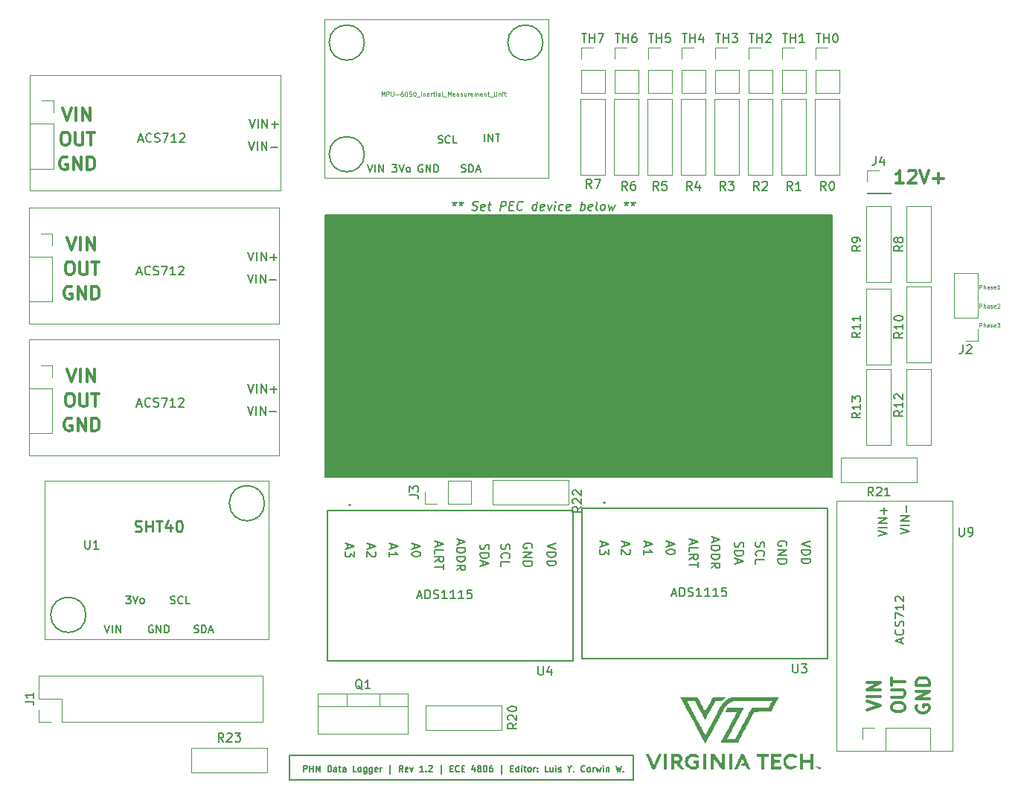
<source format=gbr>
%TF.GenerationSoftware,KiCad,Pcbnew,(6.0.0-0)*%
%TF.CreationDate,2022-10-28T11:21:17-04:00*%
%TF.ProjectId,PEC_Prognostic_Board,5045435f-5072-46f6-976e-6f737469635f,1.2*%
%TF.SameCoordinates,Original*%
%TF.FileFunction,Legend,Top*%
%TF.FilePolarity,Positive*%
%FSLAX46Y46*%
G04 Gerber Fmt 4.6, Leading zero omitted, Abs format (unit mm)*
G04 Created by KiCad (PCBNEW (6.0.0-0)) date 2022-10-28 11:21:17*
%MOMM*%
%LPD*%
G01*
G04 APERTURE LIST*
%ADD10C,0.200000*%
%ADD11C,0.300000*%
%ADD12C,0.175000*%
%ADD13C,0.150000*%
%ADD14C,0.100000*%
%ADD15C,0.142240*%
%ADD16C,0.220980*%
%ADD17C,0.125000*%
%ADD18C,0.120000*%
%ADD19C,0.203200*%
%ADD20C,0.127000*%
G04 APERTURE END LIST*
D10*
X102616000Y-126238000D02*
X141732000Y-126238000D01*
X141732000Y-126238000D02*
X141732000Y-129032000D01*
X141732000Y-129032000D02*
X102616000Y-129032000D01*
X102616000Y-129032000D02*
X102616000Y-126238000D01*
X106686206Y-64770000D02*
X164331795Y-64770000D01*
X164331795Y-64770000D02*
X164331795Y-94586200D01*
X164331795Y-94586200D02*
X106686206Y-94586200D01*
X106686206Y-94586200D02*
X106686206Y-64770000D01*
G36*
X106686206Y-64770000D02*
G01*
X164331795Y-64770000D01*
X164331795Y-94586200D01*
X106686206Y-94586200D01*
X106686206Y-64770000D01*
G37*
D11*
X171136571Y-120880000D02*
X171136571Y-120594285D01*
X171208000Y-120451428D01*
X171350857Y-120308571D01*
X171636571Y-120237142D01*
X172136571Y-120237142D01*
X172422285Y-120308571D01*
X172565142Y-120451428D01*
X172636571Y-120594285D01*
X172636571Y-120880000D01*
X172565142Y-121022857D01*
X172422285Y-121165714D01*
X172136571Y-121237142D01*
X171636571Y-121237142D01*
X171350857Y-121165714D01*
X171208000Y-121022857D01*
X171136571Y-120880000D01*
X171136571Y-119594285D02*
X172350857Y-119594285D01*
X172493714Y-119522857D01*
X172565142Y-119451428D01*
X172636571Y-119308571D01*
X172636571Y-119022857D01*
X172565142Y-118880000D01*
X172493714Y-118808571D01*
X172350857Y-118737142D01*
X171136571Y-118737142D01*
X171136571Y-118237142D02*
X171136571Y-117380000D01*
X172636571Y-117808571D02*
X171136571Y-117808571D01*
X174002000Y-120522857D02*
X173930571Y-120665714D01*
X173930571Y-120880000D01*
X174002000Y-121094285D01*
X174144857Y-121237142D01*
X174287714Y-121308571D01*
X174573428Y-121380000D01*
X174787714Y-121380000D01*
X175073428Y-121308571D01*
X175216285Y-121237142D01*
X175359142Y-121094285D01*
X175430571Y-120880000D01*
X175430571Y-120737142D01*
X175359142Y-120522857D01*
X175287714Y-120451428D01*
X174787714Y-120451428D01*
X174787714Y-120737142D01*
X175430571Y-119808571D02*
X173930571Y-119808571D01*
X175430571Y-118951428D01*
X173930571Y-118951428D01*
X175430571Y-118237142D02*
X173930571Y-118237142D01*
X173930571Y-117880000D01*
X174002000Y-117665714D01*
X174144857Y-117522857D01*
X174287714Y-117451428D01*
X174573428Y-117380000D01*
X174787714Y-117380000D01*
X175073428Y-117451428D01*
X175216285Y-117522857D01*
X175359142Y-117665714D01*
X175430571Y-117880000D01*
X175430571Y-118237142D01*
X77494000Y-70044571D02*
X77779714Y-70044571D01*
X77922571Y-70116000D01*
X78065428Y-70258857D01*
X78136857Y-70544571D01*
X78136857Y-71044571D01*
X78065428Y-71330285D01*
X77922571Y-71473142D01*
X77779714Y-71544571D01*
X77494000Y-71544571D01*
X77351142Y-71473142D01*
X77208285Y-71330285D01*
X77136857Y-71044571D01*
X77136857Y-70544571D01*
X77208285Y-70258857D01*
X77351142Y-70116000D01*
X77494000Y-70044571D01*
X78779714Y-70044571D02*
X78779714Y-71258857D01*
X78851142Y-71401714D01*
X78922571Y-71473142D01*
X79065428Y-71544571D01*
X79351142Y-71544571D01*
X79494000Y-71473142D01*
X79565428Y-71401714D01*
X79636857Y-71258857D01*
X79636857Y-70044571D01*
X80136857Y-70044571D02*
X80994000Y-70044571D01*
X80565428Y-71544571D02*
X80565428Y-70044571D01*
X77351142Y-67250571D02*
X77851142Y-68750571D01*
X78351142Y-67250571D01*
X78851142Y-68750571D02*
X78851142Y-67250571D01*
X79565428Y-68750571D02*
X79565428Y-67250571D01*
X80422571Y-68750571D01*
X80422571Y-67250571D01*
X76986000Y-55312571D02*
X77271714Y-55312571D01*
X77414571Y-55384000D01*
X77557428Y-55526857D01*
X77628857Y-55812571D01*
X77628857Y-56312571D01*
X77557428Y-56598285D01*
X77414571Y-56741142D01*
X77271714Y-56812571D01*
X76986000Y-56812571D01*
X76843142Y-56741142D01*
X76700285Y-56598285D01*
X76628857Y-56312571D01*
X76628857Y-55812571D01*
X76700285Y-55526857D01*
X76843142Y-55384000D01*
X76986000Y-55312571D01*
X78271714Y-55312571D02*
X78271714Y-56526857D01*
X78343142Y-56669714D01*
X78414571Y-56741142D01*
X78557428Y-56812571D01*
X78843142Y-56812571D01*
X78986000Y-56741142D01*
X79057428Y-56669714D01*
X79128857Y-56526857D01*
X79128857Y-55312571D01*
X79628857Y-55312571D02*
X80486000Y-55312571D01*
X80057428Y-56812571D02*
X80057428Y-55312571D01*
D12*
X104228000Y-128078666D02*
X104228000Y-127378666D01*
X104494666Y-127378666D01*
X104561333Y-127412000D01*
X104594666Y-127445333D01*
X104628000Y-127512000D01*
X104628000Y-127612000D01*
X104594666Y-127678666D01*
X104561333Y-127712000D01*
X104494666Y-127745333D01*
X104228000Y-127745333D01*
X104928000Y-128078666D02*
X104928000Y-127378666D01*
X104928000Y-127712000D02*
X105328000Y-127712000D01*
X105328000Y-128078666D02*
X105328000Y-127378666D01*
X105661333Y-128078666D02*
X105661333Y-127378666D01*
X105894666Y-127878666D01*
X106128000Y-127378666D01*
X106128000Y-128078666D01*
X106994666Y-128078666D02*
X106994666Y-127378666D01*
X107161333Y-127378666D01*
X107261333Y-127412000D01*
X107328000Y-127478666D01*
X107361333Y-127545333D01*
X107394666Y-127678666D01*
X107394666Y-127778666D01*
X107361333Y-127912000D01*
X107328000Y-127978666D01*
X107261333Y-128045333D01*
X107161333Y-128078666D01*
X106994666Y-128078666D01*
X107994666Y-128078666D02*
X107994666Y-127712000D01*
X107961333Y-127645333D01*
X107894666Y-127612000D01*
X107761333Y-127612000D01*
X107694666Y-127645333D01*
X107994666Y-128045333D02*
X107928000Y-128078666D01*
X107761333Y-128078666D01*
X107694666Y-128045333D01*
X107661333Y-127978666D01*
X107661333Y-127912000D01*
X107694666Y-127845333D01*
X107761333Y-127812000D01*
X107928000Y-127812000D01*
X107994666Y-127778666D01*
X108228000Y-127612000D02*
X108494666Y-127612000D01*
X108328000Y-127378666D02*
X108328000Y-127978666D01*
X108361333Y-128045333D01*
X108428000Y-128078666D01*
X108494666Y-128078666D01*
X109028000Y-128078666D02*
X109028000Y-127712000D01*
X108994666Y-127645333D01*
X108928000Y-127612000D01*
X108794666Y-127612000D01*
X108728000Y-127645333D01*
X109028000Y-128045333D02*
X108961333Y-128078666D01*
X108794666Y-128078666D01*
X108728000Y-128045333D01*
X108694666Y-127978666D01*
X108694666Y-127912000D01*
X108728000Y-127845333D01*
X108794666Y-127812000D01*
X108961333Y-127812000D01*
X109028000Y-127778666D01*
X110228000Y-128078666D02*
X109894666Y-128078666D01*
X109894666Y-127378666D01*
X110561333Y-128078666D02*
X110494666Y-128045333D01*
X110461333Y-128012000D01*
X110428000Y-127945333D01*
X110428000Y-127745333D01*
X110461333Y-127678666D01*
X110494666Y-127645333D01*
X110561333Y-127612000D01*
X110661333Y-127612000D01*
X110728000Y-127645333D01*
X110761333Y-127678666D01*
X110794666Y-127745333D01*
X110794666Y-127945333D01*
X110761333Y-128012000D01*
X110728000Y-128045333D01*
X110661333Y-128078666D01*
X110561333Y-128078666D01*
X111394666Y-127612000D02*
X111394666Y-128178666D01*
X111361333Y-128245333D01*
X111328000Y-128278666D01*
X111261333Y-128312000D01*
X111161333Y-128312000D01*
X111094666Y-128278666D01*
X111394666Y-128045333D02*
X111328000Y-128078666D01*
X111194666Y-128078666D01*
X111128000Y-128045333D01*
X111094666Y-128012000D01*
X111061333Y-127945333D01*
X111061333Y-127745333D01*
X111094666Y-127678666D01*
X111128000Y-127645333D01*
X111194666Y-127612000D01*
X111328000Y-127612000D01*
X111394666Y-127645333D01*
X112028000Y-127612000D02*
X112028000Y-128178666D01*
X111994666Y-128245333D01*
X111961333Y-128278666D01*
X111894666Y-128312000D01*
X111794666Y-128312000D01*
X111728000Y-128278666D01*
X112028000Y-128045333D02*
X111961333Y-128078666D01*
X111828000Y-128078666D01*
X111761333Y-128045333D01*
X111728000Y-128012000D01*
X111694666Y-127945333D01*
X111694666Y-127745333D01*
X111728000Y-127678666D01*
X111761333Y-127645333D01*
X111828000Y-127612000D01*
X111961333Y-127612000D01*
X112028000Y-127645333D01*
X112628000Y-128045333D02*
X112561333Y-128078666D01*
X112428000Y-128078666D01*
X112361333Y-128045333D01*
X112328000Y-127978666D01*
X112328000Y-127712000D01*
X112361333Y-127645333D01*
X112428000Y-127612000D01*
X112561333Y-127612000D01*
X112628000Y-127645333D01*
X112661333Y-127712000D01*
X112661333Y-127778666D01*
X112328000Y-127845333D01*
X112961333Y-128078666D02*
X112961333Y-127612000D01*
X112961333Y-127745333D02*
X112994666Y-127678666D01*
X113028000Y-127645333D01*
X113094666Y-127612000D01*
X113161333Y-127612000D01*
X114094666Y-128312000D02*
X114094666Y-127312000D01*
X115528000Y-128078666D02*
X115294666Y-127745333D01*
X115128000Y-128078666D02*
X115128000Y-127378666D01*
X115394666Y-127378666D01*
X115461333Y-127412000D01*
X115494666Y-127445333D01*
X115528000Y-127512000D01*
X115528000Y-127612000D01*
X115494666Y-127678666D01*
X115461333Y-127712000D01*
X115394666Y-127745333D01*
X115128000Y-127745333D01*
X116094666Y-128045333D02*
X116028000Y-128078666D01*
X115894666Y-128078666D01*
X115828000Y-128045333D01*
X115794666Y-127978666D01*
X115794666Y-127712000D01*
X115828000Y-127645333D01*
X115894666Y-127612000D01*
X116028000Y-127612000D01*
X116094666Y-127645333D01*
X116128000Y-127712000D01*
X116128000Y-127778666D01*
X115794666Y-127845333D01*
X116361333Y-127612000D02*
X116528000Y-128078666D01*
X116694666Y-127612000D01*
X117861333Y-128078666D02*
X117461333Y-128078666D01*
X117661333Y-128078666D02*
X117661333Y-127378666D01*
X117594666Y-127478666D01*
X117528000Y-127545333D01*
X117461333Y-127578666D01*
X118161333Y-128012000D02*
X118194666Y-128045333D01*
X118161333Y-128078666D01*
X118128000Y-128045333D01*
X118161333Y-128012000D01*
X118161333Y-128078666D01*
X118461333Y-127445333D02*
X118494666Y-127412000D01*
X118561333Y-127378666D01*
X118728000Y-127378666D01*
X118794666Y-127412000D01*
X118828000Y-127445333D01*
X118861333Y-127512000D01*
X118861333Y-127578666D01*
X118828000Y-127678666D01*
X118428000Y-128078666D01*
X118861333Y-128078666D01*
X119861333Y-128312000D02*
X119861333Y-127312000D01*
X120894666Y-127712000D02*
X121128000Y-127712000D01*
X121228000Y-128078666D02*
X120894666Y-128078666D01*
X120894666Y-127378666D01*
X121228000Y-127378666D01*
X121928000Y-128012000D02*
X121894666Y-128045333D01*
X121794666Y-128078666D01*
X121728000Y-128078666D01*
X121628000Y-128045333D01*
X121561333Y-127978666D01*
X121528000Y-127912000D01*
X121494666Y-127778666D01*
X121494666Y-127678666D01*
X121528000Y-127545333D01*
X121561333Y-127478666D01*
X121628000Y-127412000D01*
X121728000Y-127378666D01*
X121794666Y-127378666D01*
X121894666Y-127412000D01*
X121928000Y-127445333D01*
X122228000Y-127712000D02*
X122461333Y-127712000D01*
X122561333Y-128078666D02*
X122228000Y-128078666D01*
X122228000Y-127378666D01*
X122561333Y-127378666D01*
X123694666Y-127612000D02*
X123694666Y-128078666D01*
X123528000Y-127345333D02*
X123361333Y-127845333D01*
X123794666Y-127845333D01*
X124161333Y-127678666D02*
X124094666Y-127645333D01*
X124061333Y-127612000D01*
X124028000Y-127545333D01*
X124028000Y-127512000D01*
X124061333Y-127445333D01*
X124094666Y-127412000D01*
X124161333Y-127378666D01*
X124294666Y-127378666D01*
X124361333Y-127412000D01*
X124394666Y-127445333D01*
X124428000Y-127512000D01*
X124428000Y-127545333D01*
X124394666Y-127612000D01*
X124361333Y-127645333D01*
X124294666Y-127678666D01*
X124161333Y-127678666D01*
X124094666Y-127712000D01*
X124061333Y-127745333D01*
X124028000Y-127812000D01*
X124028000Y-127945333D01*
X124061333Y-128012000D01*
X124094666Y-128045333D01*
X124161333Y-128078666D01*
X124294666Y-128078666D01*
X124361333Y-128045333D01*
X124394666Y-128012000D01*
X124428000Y-127945333D01*
X124428000Y-127812000D01*
X124394666Y-127745333D01*
X124361333Y-127712000D01*
X124294666Y-127678666D01*
X124861333Y-127378666D02*
X124928000Y-127378666D01*
X124994666Y-127412000D01*
X125028000Y-127445333D01*
X125061333Y-127512000D01*
X125094666Y-127645333D01*
X125094666Y-127812000D01*
X125061333Y-127945333D01*
X125028000Y-128012000D01*
X124994666Y-128045333D01*
X124928000Y-128078666D01*
X124861333Y-128078666D01*
X124794666Y-128045333D01*
X124761333Y-128012000D01*
X124728000Y-127945333D01*
X124694666Y-127812000D01*
X124694666Y-127645333D01*
X124728000Y-127512000D01*
X124761333Y-127445333D01*
X124794666Y-127412000D01*
X124861333Y-127378666D01*
X125694666Y-127378666D02*
X125561333Y-127378666D01*
X125494666Y-127412000D01*
X125461333Y-127445333D01*
X125394666Y-127545333D01*
X125361333Y-127678666D01*
X125361333Y-127945333D01*
X125394666Y-128012000D01*
X125428000Y-128045333D01*
X125494666Y-128078666D01*
X125628000Y-128078666D01*
X125694666Y-128045333D01*
X125728000Y-128012000D01*
X125761333Y-127945333D01*
X125761333Y-127778666D01*
X125728000Y-127712000D01*
X125694666Y-127678666D01*
X125628000Y-127645333D01*
X125494666Y-127645333D01*
X125428000Y-127678666D01*
X125394666Y-127712000D01*
X125361333Y-127778666D01*
X126761333Y-128312000D02*
X126761333Y-127312000D01*
X127794666Y-127712000D02*
X128028000Y-127712000D01*
X128128000Y-128078666D02*
X127794666Y-128078666D01*
X127794666Y-127378666D01*
X128128000Y-127378666D01*
X128728000Y-128078666D02*
X128728000Y-127378666D01*
X128728000Y-128045333D02*
X128661333Y-128078666D01*
X128528000Y-128078666D01*
X128461333Y-128045333D01*
X128428000Y-128012000D01*
X128394666Y-127945333D01*
X128394666Y-127745333D01*
X128428000Y-127678666D01*
X128461333Y-127645333D01*
X128528000Y-127612000D01*
X128661333Y-127612000D01*
X128728000Y-127645333D01*
X129061333Y-128078666D02*
X129061333Y-127612000D01*
X129061333Y-127378666D02*
X129028000Y-127412000D01*
X129061333Y-127445333D01*
X129094666Y-127412000D01*
X129061333Y-127378666D01*
X129061333Y-127445333D01*
X129294666Y-127612000D02*
X129561333Y-127612000D01*
X129394666Y-127378666D02*
X129394666Y-127978666D01*
X129428000Y-128045333D01*
X129494666Y-128078666D01*
X129561333Y-128078666D01*
X129894666Y-128078666D02*
X129828000Y-128045333D01*
X129794666Y-128012000D01*
X129761333Y-127945333D01*
X129761333Y-127745333D01*
X129794666Y-127678666D01*
X129828000Y-127645333D01*
X129894666Y-127612000D01*
X129994666Y-127612000D01*
X130061333Y-127645333D01*
X130094666Y-127678666D01*
X130128000Y-127745333D01*
X130128000Y-127945333D01*
X130094666Y-128012000D01*
X130061333Y-128045333D01*
X129994666Y-128078666D01*
X129894666Y-128078666D01*
X130428000Y-128078666D02*
X130428000Y-127612000D01*
X130428000Y-127745333D02*
X130461333Y-127678666D01*
X130494666Y-127645333D01*
X130561333Y-127612000D01*
X130628000Y-127612000D01*
X130861333Y-128012000D02*
X130894666Y-128045333D01*
X130861333Y-128078666D01*
X130828000Y-128045333D01*
X130861333Y-128012000D01*
X130861333Y-128078666D01*
X130861333Y-127645333D02*
X130894666Y-127678666D01*
X130861333Y-127712000D01*
X130828000Y-127678666D01*
X130861333Y-127645333D01*
X130861333Y-127712000D01*
X132061333Y-128078666D02*
X131728000Y-128078666D01*
X131728000Y-127378666D01*
X132594666Y-127612000D02*
X132594666Y-128078666D01*
X132294666Y-127612000D02*
X132294666Y-127978666D01*
X132328000Y-128045333D01*
X132394666Y-128078666D01*
X132494666Y-128078666D01*
X132561333Y-128045333D01*
X132594666Y-128012000D01*
X132928000Y-128078666D02*
X132928000Y-127612000D01*
X132928000Y-127378666D02*
X132894666Y-127412000D01*
X132928000Y-127445333D01*
X132961333Y-127412000D01*
X132928000Y-127378666D01*
X132928000Y-127445333D01*
X133228000Y-128045333D02*
X133294666Y-128078666D01*
X133428000Y-128078666D01*
X133494666Y-128045333D01*
X133528000Y-127978666D01*
X133528000Y-127945333D01*
X133494666Y-127878666D01*
X133428000Y-127845333D01*
X133328000Y-127845333D01*
X133261333Y-127812000D01*
X133228000Y-127745333D01*
X133228000Y-127712000D01*
X133261333Y-127645333D01*
X133328000Y-127612000D01*
X133428000Y-127612000D01*
X133494666Y-127645333D01*
X134494666Y-127745333D02*
X134494666Y-128078666D01*
X134261333Y-127378666D02*
X134494666Y-127745333D01*
X134728000Y-127378666D01*
X134961333Y-128012000D02*
X134994666Y-128045333D01*
X134961333Y-128078666D01*
X134928000Y-128045333D01*
X134961333Y-128012000D01*
X134961333Y-128078666D01*
X136228000Y-128012000D02*
X136194666Y-128045333D01*
X136094666Y-128078666D01*
X136028000Y-128078666D01*
X135928000Y-128045333D01*
X135861333Y-127978666D01*
X135828000Y-127912000D01*
X135794666Y-127778666D01*
X135794666Y-127678666D01*
X135828000Y-127545333D01*
X135861333Y-127478666D01*
X135928000Y-127412000D01*
X136028000Y-127378666D01*
X136094666Y-127378666D01*
X136194666Y-127412000D01*
X136228000Y-127445333D01*
X136628000Y-128078666D02*
X136561333Y-128045333D01*
X136528000Y-128012000D01*
X136494666Y-127945333D01*
X136494666Y-127745333D01*
X136528000Y-127678666D01*
X136561333Y-127645333D01*
X136628000Y-127612000D01*
X136728000Y-127612000D01*
X136794666Y-127645333D01*
X136828000Y-127678666D01*
X136861333Y-127745333D01*
X136861333Y-127945333D01*
X136828000Y-128012000D01*
X136794666Y-128045333D01*
X136728000Y-128078666D01*
X136628000Y-128078666D01*
X137161333Y-128078666D02*
X137161333Y-127612000D01*
X137161333Y-127745333D02*
X137194666Y-127678666D01*
X137228000Y-127645333D01*
X137294666Y-127612000D01*
X137361333Y-127612000D01*
X137528000Y-127612000D02*
X137661333Y-128078666D01*
X137794666Y-127745333D01*
X137928000Y-128078666D01*
X138061333Y-127612000D01*
X138328000Y-128078666D02*
X138328000Y-127612000D01*
X138328000Y-127378666D02*
X138294666Y-127412000D01*
X138328000Y-127445333D01*
X138361333Y-127412000D01*
X138328000Y-127378666D01*
X138328000Y-127445333D01*
X138661333Y-127612000D02*
X138661333Y-128078666D01*
X138661333Y-127678666D02*
X138694666Y-127645333D01*
X138761333Y-127612000D01*
X138861333Y-127612000D01*
X138928000Y-127645333D01*
X138961333Y-127712000D01*
X138961333Y-128078666D01*
X139761333Y-127378666D02*
X139928000Y-128078666D01*
X140061333Y-127578666D01*
X140194666Y-128078666D01*
X140361333Y-127378666D01*
X140628000Y-128012000D02*
X140661333Y-128045333D01*
X140628000Y-128078666D01*
X140594666Y-128045333D01*
X140628000Y-128012000D01*
X140628000Y-128078666D01*
D11*
X77851142Y-72910000D02*
X77708285Y-72838571D01*
X77494000Y-72838571D01*
X77279714Y-72910000D01*
X77136857Y-73052857D01*
X77065428Y-73195714D01*
X76994000Y-73481428D01*
X76994000Y-73695714D01*
X77065428Y-73981428D01*
X77136857Y-74124285D01*
X77279714Y-74267142D01*
X77494000Y-74338571D01*
X77636857Y-74338571D01*
X77851142Y-74267142D01*
X77922571Y-74195714D01*
X77922571Y-73695714D01*
X77636857Y-73695714D01*
X78565428Y-74338571D02*
X78565428Y-72838571D01*
X79422571Y-74338571D01*
X79422571Y-72838571D01*
X80136857Y-74338571D02*
X80136857Y-72838571D01*
X80494000Y-72838571D01*
X80708285Y-72910000D01*
X80851142Y-73052857D01*
X80922571Y-73195714D01*
X80994000Y-73481428D01*
X80994000Y-73695714D01*
X80922571Y-73981428D01*
X80851142Y-74124285D01*
X80708285Y-74267142D01*
X80494000Y-74338571D01*
X80136857Y-74338571D01*
X77351142Y-82236571D02*
X77851142Y-83736571D01*
X78351142Y-82236571D01*
X78851142Y-83736571D02*
X78851142Y-82236571D01*
X79565428Y-83736571D02*
X79565428Y-82236571D01*
X80422571Y-83736571D01*
X80422571Y-82236571D01*
X77343142Y-58178000D02*
X77200285Y-58106571D01*
X76986000Y-58106571D01*
X76771714Y-58178000D01*
X76628857Y-58320857D01*
X76557428Y-58463714D01*
X76486000Y-58749428D01*
X76486000Y-58963714D01*
X76557428Y-59249428D01*
X76628857Y-59392285D01*
X76771714Y-59535142D01*
X76986000Y-59606571D01*
X77128857Y-59606571D01*
X77343142Y-59535142D01*
X77414571Y-59463714D01*
X77414571Y-58963714D01*
X77128857Y-58963714D01*
X78057428Y-59606571D02*
X78057428Y-58106571D01*
X78914571Y-59606571D01*
X78914571Y-58106571D01*
X79628857Y-59606571D02*
X79628857Y-58106571D01*
X79986000Y-58106571D01*
X80200285Y-58178000D01*
X80343142Y-58320857D01*
X80414571Y-58463714D01*
X80486000Y-58749428D01*
X80486000Y-58963714D01*
X80414571Y-59249428D01*
X80343142Y-59392285D01*
X80200285Y-59535142D01*
X79986000Y-59606571D01*
X79628857Y-59606571D01*
D13*
X121435660Y-63206380D02*
X121405898Y-63444476D01*
X121179708Y-63349238D02*
X121405898Y-63444476D01*
X121655898Y-63349238D01*
X121239232Y-63634952D02*
X121405898Y-63444476D01*
X121524946Y-63634952D01*
X122197565Y-63206380D02*
X122167803Y-63444476D01*
X121941613Y-63349238D02*
X122167803Y-63444476D01*
X122417803Y-63349238D01*
X122001136Y-63634952D02*
X122167803Y-63444476D01*
X122286851Y-63634952D01*
X123411851Y-64158761D02*
X123548755Y-64206380D01*
X123786851Y-64206380D01*
X123888041Y-64158761D01*
X123941613Y-64111142D01*
X124001136Y-64015904D01*
X124013041Y-63920666D01*
X123977327Y-63825428D01*
X123935660Y-63777809D01*
X123846375Y-63730190D01*
X123661851Y-63682571D01*
X123572565Y-63634952D01*
X123530898Y-63587333D01*
X123495184Y-63492095D01*
X123507089Y-63396857D01*
X123566613Y-63301619D01*
X123620184Y-63254000D01*
X123721375Y-63206380D01*
X123959470Y-63206380D01*
X124096375Y-63254000D01*
X124792803Y-64158761D02*
X124691613Y-64206380D01*
X124501136Y-64206380D01*
X124411851Y-64158761D01*
X124376136Y-64063523D01*
X124423755Y-63682571D01*
X124483279Y-63587333D01*
X124584470Y-63539714D01*
X124774946Y-63539714D01*
X124864232Y-63587333D01*
X124899946Y-63682571D01*
X124888041Y-63777809D01*
X124399946Y-63873047D01*
X125203517Y-63539714D02*
X125584470Y-63539714D01*
X125388041Y-63206380D02*
X125280898Y-64063523D01*
X125316613Y-64158761D01*
X125405898Y-64206380D01*
X125501136Y-64206380D01*
X126596375Y-64206380D02*
X126721375Y-63206380D01*
X127102327Y-63206380D01*
X127191613Y-63254000D01*
X127233279Y-63301619D01*
X127268994Y-63396857D01*
X127251136Y-63539714D01*
X127191613Y-63634952D01*
X127138041Y-63682571D01*
X127036851Y-63730190D01*
X126655898Y-63730190D01*
X127661851Y-63682571D02*
X127995184Y-63682571D01*
X128072565Y-64206380D02*
X127596375Y-64206380D01*
X127721375Y-63206380D01*
X128197565Y-63206380D01*
X129084470Y-64111142D02*
X129030898Y-64158761D01*
X128882089Y-64206380D01*
X128786851Y-64206380D01*
X128649946Y-64158761D01*
X128566613Y-64063523D01*
X128530898Y-63968285D01*
X128507089Y-63777809D01*
X128524946Y-63634952D01*
X128596375Y-63444476D01*
X128655898Y-63349238D01*
X128763041Y-63254000D01*
X128911851Y-63206380D01*
X129007089Y-63206380D01*
X129143994Y-63254000D01*
X129185660Y-63301619D01*
X130691613Y-64206380D02*
X130816613Y-63206380D01*
X130697565Y-64158761D02*
X130596375Y-64206380D01*
X130405898Y-64206380D01*
X130316613Y-64158761D01*
X130274946Y-64111142D01*
X130239232Y-64015904D01*
X130274946Y-63730190D01*
X130334470Y-63634952D01*
X130388041Y-63587333D01*
X130489232Y-63539714D01*
X130679708Y-63539714D01*
X130768994Y-63587333D01*
X131554708Y-64158761D02*
X131453517Y-64206380D01*
X131263041Y-64206380D01*
X131173755Y-64158761D01*
X131138041Y-64063523D01*
X131185660Y-63682571D01*
X131245184Y-63587333D01*
X131346375Y-63539714D01*
X131536851Y-63539714D01*
X131626136Y-63587333D01*
X131661851Y-63682571D01*
X131649946Y-63777809D01*
X131161851Y-63873047D01*
X132013041Y-63539714D02*
X132167803Y-64206380D01*
X132489232Y-63539714D01*
X132786851Y-64206380D02*
X132870184Y-63539714D01*
X132911851Y-63206380D02*
X132858279Y-63254000D01*
X132899946Y-63301619D01*
X132953517Y-63254000D01*
X132911851Y-63206380D01*
X132899946Y-63301619D01*
X133697565Y-64158761D02*
X133596375Y-64206380D01*
X133405898Y-64206380D01*
X133316613Y-64158761D01*
X133274946Y-64111142D01*
X133239232Y-64015904D01*
X133274946Y-63730190D01*
X133334470Y-63634952D01*
X133388041Y-63587333D01*
X133489232Y-63539714D01*
X133679708Y-63539714D01*
X133768994Y-63587333D01*
X134507089Y-64158761D02*
X134405898Y-64206380D01*
X134215422Y-64206380D01*
X134126136Y-64158761D01*
X134090422Y-64063523D01*
X134138041Y-63682571D01*
X134197565Y-63587333D01*
X134298755Y-63539714D01*
X134489232Y-63539714D01*
X134578517Y-63587333D01*
X134614232Y-63682571D01*
X134602327Y-63777809D01*
X134114232Y-63873047D01*
X135739232Y-64206380D02*
X135864232Y-63206380D01*
X135816613Y-63587333D02*
X135917803Y-63539714D01*
X136108279Y-63539714D01*
X136197565Y-63587333D01*
X136239232Y-63634952D01*
X136274946Y-63730190D01*
X136239232Y-64015904D01*
X136179708Y-64111142D01*
X136126136Y-64158761D01*
X136024946Y-64206380D01*
X135834470Y-64206380D01*
X135745184Y-64158761D01*
X137030898Y-64158761D02*
X136929708Y-64206380D01*
X136739232Y-64206380D01*
X136649946Y-64158761D01*
X136614232Y-64063523D01*
X136661851Y-63682571D01*
X136721375Y-63587333D01*
X136822565Y-63539714D01*
X137013041Y-63539714D01*
X137102327Y-63587333D01*
X137138041Y-63682571D01*
X137126136Y-63777809D01*
X136638041Y-63873047D01*
X137643994Y-64206380D02*
X137554708Y-64158761D01*
X137518994Y-64063523D01*
X137626136Y-63206380D01*
X138167803Y-64206380D02*
X138078517Y-64158761D01*
X138036851Y-64111142D01*
X138001136Y-64015904D01*
X138036851Y-63730190D01*
X138096375Y-63634952D01*
X138149946Y-63587333D01*
X138251136Y-63539714D01*
X138393994Y-63539714D01*
X138483279Y-63587333D01*
X138524946Y-63634952D01*
X138560660Y-63730190D01*
X138524946Y-64015904D01*
X138465422Y-64111142D01*
X138411851Y-64158761D01*
X138310660Y-64206380D01*
X138167803Y-64206380D01*
X138917803Y-63539714D02*
X139024946Y-64206380D01*
X139274946Y-63730190D01*
X139405898Y-64206380D01*
X139679708Y-63539714D01*
X141007089Y-63206380D02*
X140977327Y-63444476D01*
X140751136Y-63349238D02*
X140977327Y-63444476D01*
X141227327Y-63349238D01*
X140810660Y-63634952D02*
X140977327Y-63444476D01*
X141096375Y-63634952D01*
X141768994Y-63206380D02*
X141739232Y-63444476D01*
X141513041Y-63349238D02*
X141739232Y-63444476D01*
X141989232Y-63349238D01*
X141572565Y-63634952D02*
X141739232Y-63444476D01*
X141858279Y-63634952D01*
D11*
X77851142Y-87896000D02*
X77708285Y-87824571D01*
X77494000Y-87824571D01*
X77279714Y-87896000D01*
X77136857Y-88038857D01*
X77065428Y-88181714D01*
X76994000Y-88467428D01*
X76994000Y-88681714D01*
X77065428Y-88967428D01*
X77136857Y-89110285D01*
X77279714Y-89253142D01*
X77494000Y-89324571D01*
X77636857Y-89324571D01*
X77851142Y-89253142D01*
X77922571Y-89181714D01*
X77922571Y-88681714D01*
X77636857Y-88681714D01*
X78565428Y-89324571D02*
X78565428Y-87824571D01*
X79422571Y-89324571D01*
X79422571Y-87824571D01*
X80136857Y-89324571D02*
X80136857Y-87824571D01*
X80494000Y-87824571D01*
X80708285Y-87896000D01*
X80851142Y-88038857D01*
X80922571Y-88181714D01*
X80994000Y-88467428D01*
X80994000Y-88681714D01*
X80922571Y-88967428D01*
X80851142Y-89110285D01*
X80708285Y-89253142D01*
X80494000Y-89324571D01*
X80136857Y-89324571D01*
D14*
X181151409Y-73141134D02*
X181151409Y-72691134D01*
X181322837Y-72691134D01*
X181365695Y-72712563D01*
X181387123Y-72733991D01*
X181408552Y-72776848D01*
X181408552Y-72841134D01*
X181387123Y-72883991D01*
X181365695Y-72905420D01*
X181322837Y-72926848D01*
X181151409Y-72926848D01*
X181601409Y-73141134D02*
X181601409Y-72691134D01*
X181794266Y-73141134D02*
X181794266Y-72905420D01*
X181772837Y-72862563D01*
X181729980Y-72841134D01*
X181665695Y-72841134D01*
X181622837Y-72862563D01*
X181601409Y-72883991D01*
X182201409Y-73141134D02*
X182201409Y-72905420D01*
X182179980Y-72862563D01*
X182137123Y-72841134D01*
X182051409Y-72841134D01*
X182008552Y-72862563D01*
X182201409Y-73119705D02*
X182158552Y-73141134D01*
X182051409Y-73141134D01*
X182008552Y-73119705D01*
X181987123Y-73076848D01*
X181987123Y-73033991D01*
X182008552Y-72991134D01*
X182051409Y-72969705D01*
X182158552Y-72969705D01*
X182201409Y-72948277D01*
X182394266Y-73119705D02*
X182437123Y-73141134D01*
X182522837Y-73141134D01*
X182565695Y-73119705D01*
X182587123Y-73076848D01*
X182587123Y-73055420D01*
X182565695Y-73012563D01*
X182522837Y-72991134D01*
X182458552Y-72991134D01*
X182415695Y-72969705D01*
X182394266Y-72926848D01*
X182394266Y-72905420D01*
X182415695Y-72862563D01*
X182458552Y-72841134D01*
X182522837Y-72841134D01*
X182565695Y-72862563D01*
X182951409Y-73119705D02*
X182908552Y-73141134D01*
X182822837Y-73141134D01*
X182779980Y-73119705D01*
X182758552Y-73076848D01*
X182758552Y-72905420D01*
X182779980Y-72862563D01*
X182822837Y-72841134D01*
X182908552Y-72841134D01*
X182951409Y-72862563D01*
X182972837Y-72905420D01*
X182972837Y-72948277D01*
X182758552Y-72991134D01*
X183401409Y-73141134D02*
X183144266Y-73141134D01*
X183272837Y-73141134D02*
X183272837Y-72691134D01*
X183229980Y-72755420D01*
X183187123Y-72798277D01*
X183144266Y-72819705D01*
X181151409Y-75314634D02*
X181151409Y-74864634D01*
X181322837Y-74864634D01*
X181365695Y-74886063D01*
X181387123Y-74907491D01*
X181408552Y-74950348D01*
X181408552Y-75014634D01*
X181387123Y-75057491D01*
X181365695Y-75078920D01*
X181322837Y-75100348D01*
X181151409Y-75100348D01*
X181601409Y-75314634D02*
X181601409Y-74864634D01*
X181794266Y-75314634D02*
X181794266Y-75078920D01*
X181772837Y-75036063D01*
X181729980Y-75014634D01*
X181665695Y-75014634D01*
X181622837Y-75036063D01*
X181601409Y-75057491D01*
X182201409Y-75314634D02*
X182201409Y-75078920D01*
X182179980Y-75036063D01*
X182137123Y-75014634D01*
X182051409Y-75014634D01*
X182008552Y-75036063D01*
X182201409Y-75293205D02*
X182158552Y-75314634D01*
X182051409Y-75314634D01*
X182008552Y-75293205D01*
X181987123Y-75250348D01*
X181987123Y-75207491D01*
X182008552Y-75164634D01*
X182051409Y-75143205D01*
X182158552Y-75143205D01*
X182201409Y-75121777D01*
X182394266Y-75293205D02*
X182437123Y-75314634D01*
X182522837Y-75314634D01*
X182565695Y-75293205D01*
X182587123Y-75250348D01*
X182587123Y-75228920D01*
X182565695Y-75186063D01*
X182522837Y-75164634D01*
X182458552Y-75164634D01*
X182415695Y-75143205D01*
X182394266Y-75100348D01*
X182394266Y-75078920D01*
X182415695Y-75036063D01*
X182458552Y-75014634D01*
X182522837Y-75014634D01*
X182565695Y-75036063D01*
X182951409Y-75293205D02*
X182908552Y-75314634D01*
X182822837Y-75314634D01*
X182779980Y-75293205D01*
X182758552Y-75250348D01*
X182758552Y-75078920D01*
X182779980Y-75036063D01*
X182822837Y-75014634D01*
X182908552Y-75014634D01*
X182951409Y-75036063D01*
X182972837Y-75078920D01*
X182972837Y-75121777D01*
X182758552Y-75164634D01*
X183144266Y-74907491D02*
X183165695Y-74886063D01*
X183208552Y-74864634D01*
X183315695Y-74864634D01*
X183358552Y-74886063D01*
X183379980Y-74907491D01*
X183401409Y-74950348D01*
X183401409Y-74993205D01*
X183379980Y-75057491D01*
X183122837Y-75314634D01*
X183401409Y-75314634D01*
X181151409Y-77488134D02*
X181151409Y-77038134D01*
X181322837Y-77038134D01*
X181365695Y-77059563D01*
X181387123Y-77080991D01*
X181408552Y-77123848D01*
X181408552Y-77188134D01*
X181387123Y-77230991D01*
X181365695Y-77252420D01*
X181322837Y-77273848D01*
X181151409Y-77273848D01*
X181601409Y-77488134D02*
X181601409Y-77038134D01*
X181794266Y-77488134D02*
X181794266Y-77252420D01*
X181772837Y-77209563D01*
X181729980Y-77188134D01*
X181665695Y-77188134D01*
X181622837Y-77209563D01*
X181601409Y-77230991D01*
X182201409Y-77488134D02*
X182201409Y-77252420D01*
X182179980Y-77209563D01*
X182137123Y-77188134D01*
X182051409Y-77188134D01*
X182008552Y-77209563D01*
X182201409Y-77466705D02*
X182158552Y-77488134D01*
X182051409Y-77488134D01*
X182008552Y-77466705D01*
X181987123Y-77423848D01*
X181987123Y-77380991D01*
X182008552Y-77338134D01*
X182051409Y-77316705D01*
X182158552Y-77316705D01*
X182201409Y-77295277D01*
X182394266Y-77466705D02*
X182437123Y-77488134D01*
X182522837Y-77488134D01*
X182565695Y-77466705D01*
X182587123Y-77423848D01*
X182587123Y-77402420D01*
X182565695Y-77359563D01*
X182522837Y-77338134D01*
X182458552Y-77338134D01*
X182415695Y-77316705D01*
X182394266Y-77273848D01*
X182394266Y-77252420D01*
X182415695Y-77209563D01*
X182458552Y-77188134D01*
X182522837Y-77188134D01*
X182565695Y-77209563D01*
X182951409Y-77466705D02*
X182908552Y-77488134D01*
X182822837Y-77488134D01*
X182779980Y-77466705D01*
X182758552Y-77423848D01*
X182758552Y-77252420D01*
X182779980Y-77209563D01*
X182822837Y-77188134D01*
X182908552Y-77188134D01*
X182951409Y-77209563D01*
X182972837Y-77252420D01*
X182972837Y-77295277D01*
X182758552Y-77338134D01*
X183122837Y-77038134D02*
X183401409Y-77038134D01*
X183251409Y-77209563D01*
X183315695Y-77209563D01*
X183358552Y-77230991D01*
X183379980Y-77252420D01*
X183401409Y-77295277D01*
X183401409Y-77402420D01*
X183379980Y-77445277D01*
X183358552Y-77466705D01*
X183315695Y-77488134D01*
X183187123Y-77488134D01*
X183144266Y-77466705D01*
X183122837Y-77445277D01*
D11*
X77494000Y-85030571D02*
X77779714Y-85030571D01*
X77922571Y-85102000D01*
X78065428Y-85244857D01*
X78136857Y-85530571D01*
X78136857Y-86030571D01*
X78065428Y-86316285D01*
X77922571Y-86459142D01*
X77779714Y-86530571D01*
X77494000Y-86530571D01*
X77351142Y-86459142D01*
X77208285Y-86316285D01*
X77136857Y-86030571D01*
X77136857Y-85530571D01*
X77208285Y-85244857D01*
X77351142Y-85102000D01*
X77494000Y-85030571D01*
X78779714Y-85030571D02*
X78779714Y-86244857D01*
X78851142Y-86387714D01*
X78922571Y-86459142D01*
X79065428Y-86530571D01*
X79351142Y-86530571D01*
X79494000Y-86459142D01*
X79565428Y-86387714D01*
X79636857Y-86244857D01*
X79636857Y-85030571D01*
X80136857Y-85030571D02*
X80994000Y-85030571D01*
X80565428Y-86530571D02*
X80565428Y-85030571D01*
X172513766Y-61139661D02*
X171656623Y-61139661D01*
X172085194Y-61139661D02*
X172085194Y-59639661D01*
X171942337Y-59853947D01*
X171799480Y-59996804D01*
X171656623Y-60068232D01*
X173085194Y-59782518D02*
X173156623Y-59711090D01*
X173299480Y-59639661D01*
X173656623Y-59639661D01*
X173799480Y-59711090D01*
X173870909Y-59782518D01*
X173942337Y-59925375D01*
X173942337Y-60068232D01*
X173870909Y-60282518D01*
X173013766Y-61139661D01*
X173942337Y-61139661D01*
X174370909Y-59639661D02*
X174870909Y-61139661D01*
X175370909Y-59639661D01*
X175870909Y-60568232D02*
X177013766Y-60568232D01*
X176442337Y-61139661D02*
X176442337Y-59996804D01*
X168342571Y-121022857D02*
X169842571Y-120522857D01*
X168342571Y-120022857D01*
X169842571Y-119522857D02*
X168342571Y-119522857D01*
X169842571Y-118808571D02*
X168342571Y-118808571D01*
X169842571Y-117951428D01*
X168342571Y-117951428D01*
X76843142Y-52518571D02*
X77343142Y-54018571D01*
X77843142Y-52518571D01*
X78343142Y-54018571D02*
X78343142Y-52518571D01*
X79057428Y-54018571D02*
X79057428Y-52518571D01*
X79914571Y-54018571D01*
X79914571Y-52518571D01*
D13*
%TO.C,U9*%
X178816095Y-100290380D02*
X178816095Y-101099904D01*
X178863714Y-101195142D01*
X178911333Y-101242761D01*
X179006571Y-101290380D01*
X179197047Y-101290380D01*
X179292285Y-101242761D01*
X179339904Y-101195142D01*
X179387523Y-101099904D01*
X179387523Y-100290380D01*
X179911333Y-101290380D02*
X180101809Y-101290380D01*
X180197047Y-101242761D01*
X180244666Y-101195142D01*
X180339904Y-101052285D01*
X180387523Y-100861809D01*
X180387523Y-100480857D01*
X180339904Y-100385619D01*
X180292285Y-100338000D01*
X180197047Y-100290380D01*
X180006571Y-100290380D01*
X179911333Y-100338000D01*
X179863714Y-100385619D01*
X179816095Y-100480857D01*
X179816095Y-100718952D01*
X179863714Y-100814190D01*
X179911333Y-100861809D01*
X180006571Y-100909428D01*
X180197047Y-100909428D01*
X180292285Y-100861809D01*
X180339904Y-100814190D01*
X180387523Y-100718952D01*
X172219942Y-113386857D02*
X172219942Y-112910666D01*
X172505656Y-113482095D02*
X171505656Y-113148761D01*
X172505656Y-112815428D01*
X172410418Y-111910666D02*
X172458037Y-111958285D01*
X172505656Y-112101142D01*
X172505656Y-112196380D01*
X172458037Y-112339238D01*
X172362799Y-112434476D01*
X172267561Y-112482095D01*
X172077085Y-112529714D01*
X171934228Y-112529714D01*
X171743752Y-112482095D01*
X171648514Y-112434476D01*
X171553276Y-112339238D01*
X171505656Y-112196380D01*
X171505656Y-112101142D01*
X171553276Y-111958285D01*
X171600895Y-111910666D01*
X172458037Y-111529714D02*
X172505656Y-111386857D01*
X172505656Y-111148761D01*
X172458037Y-111053523D01*
X172410418Y-111005904D01*
X172315180Y-110958285D01*
X172219942Y-110958285D01*
X172124704Y-111005904D01*
X172077085Y-111053523D01*
X172029466Y-111148761D01*
X171981847Y-111339238D01*
X171934228Y-111434476D01*
X171886609Y-111482095D01*
X171791371Y-111529714D01*
X171696133Y-111529714D01*
X171600895Y-111482095D01*
X171553276Y-111434476D01*
X171505656Y-111339238D01*
X171505656Y-111101142D01*
X171553276Y-110958285D01*
X171505656Y-110624952D02*
X171505656Y-109958285D01*
X172505656Y-110386857D01*
X172505656Y-109053523D02*
X172505656Y-109624952D01*
X172505656Y-109339238D02*
X171505656Y-109339238D01*
X171648514Y-109434476D01*
X171743752Y-109529714D01*
X171791371Y-109624952D01*
X171600895Y-108672571D02*
X171553276Y-108624952D01*
X171505656Y-108529714D01*
X171505656Y-108291619D01*
X171553276Y-108196380D01*
X171600895Y-108148761D01*
X171696133Y-108101142D01*
X171791371Y-108101142D01*
X171934228Y-108148761D01*
X172505656Y-108720190D01*
X172505656Y-108101142D01*
X172172380Y-101028285D02*
X173172380Y-100694952D01*
X172172380Y-100361619D01*
X173172380Y-100028285D02*
X172172380Y-100028285D01*
X173172380Y-99552095D02*
X172172380Y-99552095D01*
X173172380Y-98980666D01*
X172172380Y-98980666D01*
X172791428Y-98504476D02*
X172791428Y-97742571D01*
X169632380Y-101282285D02*
X170632380Y-100948952D01*
X169632380Y-100615619D01*
X170632380Y-100282285D02*
X169632380Y-100282285D01*
X170632380Y-99806095D02*
X169632380Y-99806095D01*
X170632380Y-99234666D01*
X169632380Y-99234666D01*
X170251428Y-98758476D02*
X170251428Y-97996571D01*
X170632380Y-98377523D02*
X169870476Y-98377523D01*
%TO.C,R1*%
X159853333Y-61920380D02*
X159520000Y-61444190D01*
X159281904Y-61920380D02*
X159281904Y-60920380D01*
X159662857Y-60920380D01*
X159758095Y-60968000D01*
X159805714Y-61015619D01*
X159853333Y-61110857D01*
X159853333Y-61253714D01*
X159805714Y-61348952D01*
X159758095Y-61396571D01*
X159662857Y-61444190D01*
X159281904Y-61444190D01*
X160805714Y-61920380D02*
X160234285Y-61920380D01*
X160520000Y-61920380D02*
X160520000Y-60920380D01*
X160424761Y-61063238D01*
X160329523Y-61158476D01*
X160234285Y-61206095D01*
%TO.C,U1*%
X79368095Y-101732380D02*
X79368095Y-102541904D01*
X79415714Y-102637142D01*
X79463333Y-102684761D01*
X79558571Y-102732380D01*
X79749047Y-102732380D01*
X79844285Y-102684761D01*
X79891904Y-102637142D01*
X79939523Y-102541904D01*
X79939523Y-101732380D01*
X80939523Y-102732380D02*
X80368095Y-102732380D01*
X80653809Y-102732380D02*
X80653809Y-101732380D01*
X80558571Y-101875238D01*
X80463333Y-101970476D01*
X80368095Y-102018095D01*
D15*
X84022005Y-108103512D02*
X84562904Y-108103512D01*
X84271651Y-108436373D01*
X84396474Y-108436373D01*
X84479689Y-108477980D01*
X84521297Y-108519588D01*
X84562904Y-108602803D01*
X84562904Y-108810841D01*
X84521297Y-108894057D01*
X84479689Y-108935664D01*
X84396474Y-108977272D01*
X84146828Y-108977272D01*
X84063613Y-108935664D01*
X84022005Y-108894057D01*
X84812550Y-108103512D02*
X85103803Y-108977272D01*
X85395057Y-108103512D01*
X85811133Y-108977272D02*
X85727918Y-108935664D01*
X85686310Y-108894057D01*
X85644702Y-108810841D01*
X85644702Y-108561196D01*
X85686310Y-108477980D01*
X85727918Y-108436373D01*
X85811133Y-108394765D01*
X85935956Y-108394765D01*
X86019171Y-108436373D01*
X86060779Y-108477980D01*
X86102386Y-108561196D01*
X86102386Y-108810841D01*
X86060779Y-108894057D01*
X86019171Y-108935664D01*
X85935956Y-108977272D01*
X85811133Y-108977272D01*
X81586024Y-111405512D02*
X81877278Y-112279272D01*
X82168531Y-111405512D01*
X82459784Y-112279272D02*
X82459784Y-111405512D01*
X82875860Y-112279272D02*
X82875860Y-111405512D01*
X83375152Y-112279272D01*
X83375152Y-111405512D01*
D16*
X85066671Y-100706850D02*
X85245560Y-100766480D01*
X85543707Y-100766480D01*
X85662966Y-100706850D01*
X85722596Y-100647221D01*
X85782225Y-100527962D01*
X85782225Y-100408703D01*
X85722596Y-100289444D01*
X85662966Y-100229814D01*
X85543707Y-100170185D01*
X85305189Y-100110555D01*
X85185930Y-100050926D01*
X85126300Y-99991296D01*
X85066671Y-99872037D01*
X85066671Y-99752778D01*
X85126300Y-99633519D01*
X85185930Y-99573890D01*
X85305189Y-99514260D01*
X85603337Y-99514260D01*
X85782225Y-99573890D01*
X86318891Y-100766480D02*
X86318891Y-99514260D01*
X86318891Y-100110555D02*
X87034445Y-100110555D01*
X87034445Y-100766480D02*
X87034445Y-99514260D01*
X87451852Y-99514260D02*
X88167406Y-99514260D01*
X87809629Y-100766480D02*
X87809629Y-99514260D01*
X89121479Y-99931667D02*
X89121479Y-100766480D01*
X88823331Y-99454630D02*
X88525183Y-100349073D01*
X89300367Y-100349073D01*
X90015921Y-99514260D02*
X90135180Y-99514260D01*
X90254440Y-99573890D01*
X90314069Y-99633519D01*
X90373699Y-99752778D01*
X90433328Y-99991296D01*
X90433328Y-100289444D01*
X90373699Y-100527962D01*
X90314069Y-100647221D01*
X90254440Y-100706850D01*
X90135180Y-100766480D01*
X90015921Y-100766480D01*
X89896662Y-100706850D01*
X89837033Y-100647221D01*
X89777403Y-100527962D01*
X89717774Y-100289444D01*
X89717774Y-99991296D01*
X89777403Y-99752778D01*
X89837033Y-99633519D01*
X89896662Y-99573890D01*
X90015921Y-99514260D01*
D15*
X91769005Y-112237664D02*
X91893828Y-112279272D01*
X92101866Y-112279272D01*
X92185081Y-112237664D01*
X92226689Y-112196057D01*
X92268297Y-112112841D01*
X92268297Y-112029626D01*
X92226689Y-111946411D01*
X92185081Y-111904803D01*
X92101866Y-111863196D01*
X91935436Y-111821588D01*
X91852220Y-111779980D01*
X91810613Y-111738373D01*
X91769005Y-111655158D01*
X91769005Y-111571942D01*
X91810613Y-111488727D01*
X91852220Y-111447120D01*
X91935436Y-111405512D01*
X92143474Y-111405512D01*
X92268297Y-111447120D01*
X92642765Y-112279272D02*
X92642765Y-111405512D01*
X92850803Y-111405512D01*
X92975626Y-111447120D01*
X93058841Y-111530335D01*
X93100449Y-111613550D01*
X93142057Y-111779980D01*
X93142057Y-111904803D01*
X93100449Y-112071234D01*
X93058841Y-112154449D01*
X92975626Y-112237664D01*
X92850803Y-112279272D01*
X92642765Y-112279272D01*
X93474918Y-112029626D02*
X93890994Y-112029626D01*
X93391702Y-112279272D02*
X93682956Y-111405512D01*
X93974209Y-112279272D01*
X87084278Y-111447120D02*
X87001062Y-111405512D01*
X86876240Y-111405512D01*
X86751417Y-111447120D01*
X86668201Y-111530335D01*
X86626594Y-111613550D01*
X86584986Y-111779980D01*
X86584986Y-111904803D01*
X86626594Y-112071234D01*
X86668201Y-112154449D01*
X86751417Y-112237664D01*
X86876240Y-112279272D01*
X86959455Y-112279272D01*
X87084278Y-112237664D01*
X87125885Y-112196057D01*
X87125885Y-111904803D01*
X86959455Y-111904803D01*
X87500354Y-112279272D02*
X87500354Y-111405512D01*
X87999645Y-112279272D01*
X87999645Y-111405512D01*
X88415721Y-112279272D02*
X88415721Y-111405512D01*
X88623760Y-111405512D01*
X88748582Y-111447120D01*
X88831798Y-111530335D01*
X88873405Y-111613550D01*
X88915013Y-111779980D01*
X88915013Y-111904803D01*
X88873405Y-112071234D01*
X88831798Y-112154449D01*
X88748582Y-112237664D01*
X88623760Y-112279272D01*
X88415721Y-112279272D01*
X89122809Y-108935664D02*
X89247632Y-108977272D01*
X89455670Y-108977272D01*
X89538885Y-108935664D01*
X89580493Y-108894057D01*
X89622100Y-108810841D01*
X89622100Y-108727626D01*
X89580493Y-108644411D01*
X89538885Y-108602803D01*
X89455670Y-108561196D01*
X89289240Y-108519588D01*
X89206024Y-108477980D01*
X89164417Y-108436373D01*
X89122809Y-108353158D01*
X89122809Y-108269942D01*
X89164417Y-108186727D01*
X89206024Y-108145120D01*
X89289240Y-108103512D01*
X89497278Y-108103512D01*
X89622100Y-108145120D01*
X90495860Y-108894057D02*
X90454253Y-108935664D01*
X90329430Y-108977272D01*
X90246215Y-108977272D01*
X90121392Y-108935664D01*
X90038177Y-108852449D01*
X89996569Y-108769234D01*
X89954961Y-108602803D01*
X89954961Y-108477980D01*
X89996569Y-108311550D01*
X90038177Y-108228335D01*
X90121392Y-108145120D01*
X90246215Y-108103512D01*
X90329430Y-108103512D01*
X90454253Y-108145120D01*
X90495860Y-108186727D01*
X91286405Y-108977272D02*
X90870329Y-108977272D01*
X90870329Y-108103512D01*
D13*
%TO.C,TH7*%
X135874285Y-44112380D02*
X136445714Y-44112380D01*
X136160000Y-45112380D02*
X136160000Y-44112380D01*
X136779047Y-45112380D02*
X136779047Y-44112380D01*
X136779047Y-44588571D02*
X137350476Y-44588571D01*
X137350476Y-45112380D02*
X137350476Y-44112380D01*
X137731428Y-44112380D02*
X138398095Y-44112380D01*
X137969523Y-45112380D01*
%TO.C,TH5*%
X143494285Y-44112380D02*
X144065714Y-44112380D01*
X143780000Y-45112380D02*
X143780000Y-44112380D01*
X144399047Y-45112380D02*
X144399047Y-44112380D01*
X144399047Y-44588571D02*
X144970476Y-44588571D01*
X144970476Y-45112380D02*
X144970476Y-44112380D01*
X145922857Y-44112380D02*
X145446666Y-44112380D01*
X145399047Y-44588571D01*
X145446666Y-44540952D01*
X145541904Y-44493333D01*
X145780000Y-44493333D01*
X145875238Y-44540952D01*
X145922857Y-44588571D01*
X145970476Y-44683809D01*
X145970476Y-44921904D01*
X145922857Y-45017142D01*
X145875238Y-45064761D01*
X145780000Y-45112380D01*
X145541904Y-45112380D01*
X145446666Y-45064761D01*
X145399047Y-45017142D01*
%TO.C,R13*%
X167604380Y-87251857D02*
X167128190Y-87585190D01*
X167604380Y-87823285D02*
X166604380Y-87823285D01*
X166604380Y-87442333D01*
X166652000Y-87347095D01*
X166699619Y-87299476D01*
X166794857Y-87251857D01*
X166937714Y-87251857D01*
X167032952Y-87299476D01*
X167080571Y-87347095D01*
X167128190Y-87442333D01*
X167128190Y-87823285D01*
X167604380Y-86299476D02*
X167604380Y-86870904D01*
X167604380Y-86585190D02*
X166604380Y-86585190D01*
X166747238Y-86680428D01*
X166842476Y-86775666D01*
X166890095Y-86870904D01*
X166604380Y-85966142D02*
X166604380Y-85347095D01*
X166985333Y-85680428D01*
X166985333Y-85537571D01*
X167032952Y-85442333D01*
X167080571Y-85394714D01*
X167175809Y-85347095D01*
X167413904Y-85347095D01*
X167509142Y-85394714D01*
X167556761Y-85442333D01*
X167604380Y-85537571D01*
X167604380Y-85823285D01*
X167556761Y-85918523D01*
X167509142Y-85966142D01*
%TO.C,R23*%
X95120142Y-124678380D02*
X94786809Y-124202190D01*
X94548714Y-124678380D02*
X94548714Y-123678380D01*
X94929666Y-123678380D01*
X95024904Y-123726000D01*
X95072523Y-123773619D01*
X95120142Y-123868857D01*
X95120142Y-124011714D01*
X95072523Y-124106952D01*
X95024904Y-124154571D01*
X94929666Y-124202190D01*
X94548714Y-124202190D01*
X95501095Y-123773619D02*
X95548714Y-123726000D01*
X95643952Y-123678380D01*
X95882047Y-123678380D01*
X95977285Y-123726000D01*
X96024904Y-123773619D01*
X96072523Y-123868857D01*
X96072523Y-123964095D01*
X96024904Y-124106952D01*
X95453476Y-124678380D01*
X96072523Y-124678380D01*
X96405857Y-123678380D02*
X97024904Y-123678380D01*
X96691571Y-124059333D01*
X96834428Y-124059333D01*
X96929666Y-124106952D01*
X96977285Y-124154571D01*
X97024904Y-124249809D01*
X97024904Y-124487904D01*
X96977285Y-124583142D01*
X96929666Y-124630761D01*
X96834428Y-124678380D01*
X96548714Y-124678380D01*
X96453476Y-124630761D01*
X96405857Y-124583142D01*
%TO.C,TH6*%
X139684285Y-44112380D02*
X140255714Y-44112380D01*
X139970000Y-45112380D02*
X139970000Y-44112380D01*
X140589047Y-45112380D02*
X140589047Y-44112380D01*
X140589047Y-44588571D02*
X141160476Y-44588571D01*
X141160476Y-45112380D02*
X141160476Y-44112380D01*
X142065238Y-44112380D02*
X141874761Y-44112380D01*
X141779523Y-44160000D01*
X141731904Y-44207619D01*
X141636666Y-44350476D01*
X141589047Y-44540952D01*
X141589047Y-44921904D01*
X141636666Y-45017142D01*
X141684285Y-45064761D01*
X141779523Y-45112380D01*
X141970000Y-45112380D01*
X142065238Y-45064761D01*
X142112857Y-45017142D01*
X142160476Y-44921904D01*
X142160476Y-44683809D01*
X142112857Y-44588571D01*
X142065238Y-44540952D01*
X141970000Y-44493333D01*
X141779523Y-44493333D01*
X141684285Y-44540952D01*
X141636666Y-44588571D01*
X141589047Y-44683809D01*
%TO.C,J2*%
X179244666Y-79506380D02*
X179244666Y-80220666D01*
X179197047Y-80363523D01*
X179101809Y-80458761D01*
X178958952Y-80506380D01*
X178863714Y-80506380D01*
X179673238Y-79601619D02*
X179720857Y-79554000D01*
X179816095Y-79506380D01*
X180054190Y-79506380D01*
X180149428Y-79554000D01*
X180197047Y-79601619D01*
X180244666Y-79696857D01*
X180244666Y-79792095D01*
X180197047Y-79934952D01*
X179625619Y-80506380D01*
X180244666Y-80506380D01*
%TO.C,U4*%
X130937095Y-116075880D02*
X130937095Y-116885404D01*
X130984714Y-116980642D01*
X131032333Y-117028261D01*
X131127571Y-117075880D01*
X131318047Y-117075880D01*
X131413285Y-117028261D01*
X131460904Y-116980642D01*
X131508523Y-116885404D01*
X131508523Y-116075880D01*
X132413285Y-116409214D02*
X132413285Y-117075880D01*
X132175190Y-116028261D02*
X131937095Y-116742547D01*
X132556142Y-116742547D01*
X117168541Y-108097704D02*
X117644731Y-108097704D01*
X117073303Y-108383418D02*
X117406636Y-107383418D01*
X117739969Y-108383418D01*
X118073303Y-108383418D02*
X118073303Y-107383418D01*
X118311398Y-107383418D01*
X118454255Y-107431038D01*
X118549493Y-107526276D01*
X118597112Y-107621514D01*
X118644731Y-107811990D01*
X118644731Y-107954847D01*
X118597112Y-108145323D01*
X118549493Y-108240561D01*
X118454255Y-108335799D01*
X118311398Y-108383418D01*
X118073303Y-108383418D01*
X119025684Y-108335799D02*
X119168541Y-108383418D01*
X119406636Y-108383418D01*
X119501874Y-108335799D01*
X119549493Y-108288180D01*
X119597112Y-108192942D01*
X119597112Y-108097704D01*
X119549493Y-108002466D01*
X119501874Y-107954847D01*
X119406636Y-107907228D01*
X119216160Y-107859609D01*
X119120922Y-107811990D01*
X119073303Y-107764371D01*
X119025684Y-107669133D01*
X119025684Y-107573895D01*
X119073303Y-107478657D01*
X119120922Y-107431038D01*
X119216160Y-107383418D01*
X119454255Y-107383418D01*
X119597112Y-107431038D01*
X120549493Y-108383418D02*
X119978065Y-108383418D01*
X120263779Y-108383418D02*
X120263779Y-107383418D01*
X120168541Y-107526276D01*
X120073303Y-107621514D01*
X119978065Y-107669133D01*
X121501874Y-108383418D02*
X120930446Y-108383418D01*
X121216160Y-108383418D02*
X121216160Y-107383418D01*
X121120922Y-107526276D01*
X121025684Y-107621514D01*
X120930446Y-107669133D01*
X122454255Y-108383418D02*
X121882827Y-108383418D01*
X122168541Y-108383418D02*
X122168541Y-107383418D01*
X122073303Y-107526276D01*
X121978065Y-107621514D01*
X121882827Y-107669133D01*
X123359017Y-107383418D02*
X122882827Y-107383418D01*
X122835208Y-107859609D01*
X122882827Y-107811990D01*
X122978065Y-107764371D01*
X123216160Y-107764371D01*
X123311398Y-107811990D01*
X123359017Y-107859609D01*
X123406636Y-107954847D01*
X123406636Y-108192942D01*
X123359017Y-108288180D01*
X123311398Y-108335799D01*
X123216160Y-108383418D01*
X122978065Y-108383418D01*
X122882827Y-108335799D01*
X122835208Y-108288180D01*
X121934852Y-101695905D02*
X121934852Y-102172096D01*
X121649138Y-101600667D02*
X122649138Y-101934001D01*
X121649138Y-102267334D01*
X121649138Y-102600667D02*
X122649138Y-102600667D01*
X122649138Y-102838762D01*
X122601519Y-102981620D01*
X122506280Y-103076858D01*
X122411042Y-103124477D01*
X122220566Y-103172096D01*
X122077709Y-103172096D01*
X121887233Y-103124477D01*
X121791995Y-103076858D01*
X121696757Y-102981620D01*
X121649138Y-102838762D01*
X121649138Y-102600667D01*
X121649138Y-103600667D02*
X122649138Y-103600667D01*
X122649138Y-103838762D01*
X122601519Y-103981620D01*
X122506280Y-104076858D01*
X122411042Y-104124477D01*
X122220566Y-104172096D01*
X122077709Y-104172096D01*
X121887233Y-104124477D01*
X121791995Y-104076858D01*
X121696757Y-103981620D01*
X121649138Y-103838762D01*
X121649138Y-103600667D01*
X121649138Y-105172096D02*
X122125328Y-104838762D01*
X121649138Y-104600667D02*
X122649138Y-104600667D01*
X122649138Y-104981620D01*
X122601519Y-105076858D01*
X122553899Y-105124477D01*
X122458661Y-105172096D01*
X122315804Y-105172096D01*
X122220566Y-105124477D01*
X122172947Y-105076858D01*
X122125328Y-104981620D01*
X122125328Y-104600667D01*
X119440698Y-101910191D02*
X119440698Y-102386381D01*
X119154984Y-101814953D02*
X120154984Y-102148286D01*
X119154984Y-102481620D01*
X119154984Y-103291143D02*
X119154984Y-102814953D01*
X120154984Y-102814953D01*
X119154984Y-104195905D02*
X119631174Y-103862572D01*
X119154984Y-103624477D02*
X120154984Y-103624477D01*
X120154984Y-104005429D01*
X120107365Y-104100667D01*
X120059745Y-104148286D01*
X119964507Y-104195905D01*
X119821650Y-104195905D01*
X119726412Y-104148286D01*
X119678793Y-104100667D01*
X119631174Y-104005429D01*
X119631174Y-103624477D01*
X120154984Y-104481620D02*
X120154984Y-105053048D01*
X119154984Y-104767334D02*
X120154984Y-104767334D01*
X111737333Y-102219714D02*
X111737333Y-102695904D01*
X111451619Y-102124476D02*
X112451619Y-102457809D01*
X111451619Y-102791142D01*
X112356380Y-103076857D02*
X112404000Y-103124476D01*
X112451619Y-103219714D01*
X112451619Y-103457809D01*
X112404000Y-103553047D01*
X112356380Y-103600666D01*
X112261142Y-103648285D01*
X112165904Y-103648285D01*
X112023047Y-103600666D01*
X111451619Y-103029238D01*
X111451619Y-103648285D01*
X126760649Y-102205733D02*
X126713030Y-102348590D01*
X126713030Y-102586686D01*
X126760649Y-102681924D01*
X126808268Y-102729543D01*
X126903506Y-102777162D01*
X126998744Y-102777162D01*
X127093982Y-102729543D01*
X127141601Y-102681924D01*
X127189220Y-102586686D01*
X127236839Y-102396210D01*
X127284458Y-102300971D01*
X127332077Y-102253352D01*
X127427315Y-102205733D01*
X127522553Y-102205733D01*
X127617791Y-102253352D01*
X127665411Y-102300971D01*
X127713030Y-102396210D01*
X127713030Y-102634305D01*
X127665411Y-102777162D01*
X126808268Y-103777162D02*
X126760649Y-103729543D01*
X126713030Y-103586686D01*
X126713030Y-103491448D01*
X126760649Y-103348590D01*
X126855887Y-103253352D01*
X126951125Y-103205733D01*
X127141601Y-103158114D01*
X127284458Y-103158114D01*
X127474934Y-103205733D01*
X127570172Y-103253352D01*
X127665411Y-103348590D01*
X127713030Y-103491448D01*
X127713030Y-103586686D01*
X127665411Y-103729543D01*
X127617791Y-103777162D01*
X126713030Y-104681924D02*
X126713030Y-104205733D01*
X127713030Y-104205733D01*
X114237333Y-102219714D02*
X114237333Y-102695904D01*
X113951619Y-102124476D02*
X114951619Y-102457809D01*
X113951619Y-102791142D01*
X113951619Y-103648285D02*
X113951619Y-103076857D01*
X113951619Y-103362571D02*
X114951619Y-103362571D01*
X114808761Y-103267333D01*
X114713523Y-103172095D01*
X114665904Y-103076857D01*
X109237333Y-102219714D02*
X109237333Y-102695904D01*
X108951619Y-102124476D02*
X109951619Y-102457809D01*
X108951619Y-102791142D01*
X109951619Y-103029238D02*
X109951619Y-103648285D01*
X109570666Y-103314952D01*
X109570666Y-103457809D01*
X109523047Y-103553047D01*
X109475428Y-103600666D01*
X109380190Y-103648285D01*
X109142095Y-103648285D01*
X109046857Y-103600666D01*
X108999238Y-103553047D01*
X108951619Y-103457809D01*
X108951619Y-103172095D01*
X108999238Y-103076857D01*
X109046857Y-103029238D01*
X124379864Y-102219715D02*
X124332245Y-102362572D01*
X124332245Y-102600667D01*
X124379864Y-102695905D01*
X124427483Y-102743524D01*
X124522721Y-102791143D01*
X124617959Y-102791143D01*
X124713197Y-102743524D01*
X124760816Y-102695905D01*
X124808435Y-102600667D01*
X124856054Y-102410191D01*
X124903673Y-102314953D01*
X124951292Y-102267334D01*
X125046530Y-102219715D01*
X125141768Y-102219715D01*
X125237006Y-102267334D01*
X125284626Y-102314953D01*
X125332245Y-102410191D01*
X125332245Y-102648286D01*
X125284626Y-102791143D01*
X124332245Y-103219715D02*
X125332245Y-103219715D01*
X125332245Y-103457810D01*
X125284626Y-103600667D01*
X125189387Y-103695905D01*
X125094149Y-103743524D01*
X124903673Y-103791143D01*
X124760816Y-103791143D01*
X124570340Y-103743524D01*
X124475102Y-103695905D01*
X124379864Y-103600667D01*
X124332245Y-103457810D01*
X124332245Y-103219715D01*
X124617959Y-104172096D02*
X124617959Y-104648286D01*
X124332245Y-104076858D02*
X125332245Y-104410191D01*
X124332245Y-104743524D01*
X132951619Y-102100666D02*
X131951619Y-102434000D01*
X132951619Y-102767333D01*
X131951619Y-103100666D02*
X132951619Y-103100666D01*
X132951619Y-103338761D01*
X132904000Y-103481619D01*
X132808761Y-103576857D01*
X132713523Y-103624476D01*
X132523047Y-103672095D01*
X132380190Y-103672095D01*
X132189714Y-103624476D01*
X132094476Y-103576857D01*
X131999238Y-103481619D01*
X131951619Y-103338761D01*
X131951619Y-103100666D01*
X131951619Y-104100666D02*
X132951619Y-104100666D01*
X132951619Y-104338761D01*
X132904000Y-104481619D01*
X132808761Y-104576857D01*
X132713523Y-104624476D01*
X132523047Y-104672095D01*
X132380190Y-104672095D01*
X132189714Y-104624476D01*
X132094476Y-104576857D01*
X131999238Y-104481619D01*
X131951619Y-104338761D01*
X131951619Y-104100666D01*
X130197357Y-102634305D02*
X130244976Y-102539067D01*
X130244976Y-102396210D01*
X130197357Y-102253352D01*
X130102118Y-102158114D01*
X130006880Y-102110495D01*
X129816404Y-102062876D01*
X129673547Y-102062876D01*
X129483071Y-102110495D01*
X129387833Y-102158114D01*
X129292595Y-102253352D01*
X129244976Y-102396210D01*
X129244976Y-102491448D01*
X129292595Y-102634305D01*
X129340214Y-102681924D01*
X129673547Y-102681924D01*
X129673547Y-102491448D01*
X129244976Y-103110495D02*
X130244976Y-103110495D01*
X129244976Y-103681924D01*
X130244976Y-103681924D01*
X129244976Y-104158114D02*
X130244976Y-104158114D01*
X130244976Y-104396210D01*
X130197357Y-104539067D01*
X130102118Y-104634305D01*
X130006880Y-104681924D01*
X129816404Y-104729543D01*
X129673547Y-104729543D01*
X129483071Y-104681924D01*
X129387833Y-104634305D01*
X129292595Y-104539067D01*
X129244976Y-104396210D01*
X129244976Y-104158114D01*
X116833171Y-102190651D02*
X116833171Y-102666841D01*
X116547457Y-102095413D02*
X117547457Y-102428746D01*
X116547457Y-102762079D01*
X117547457Y-103285889D02*
X117547457Y-103381127D01*
X117499838Y-103476365D01*
X117452218Y-103523984D01*
X117356980Y-103571603D01*
X117166504Y-103619222D01*
X116928409Y-103619222D01*
X116737933Y-103571603D01*
X116642695Y-103523984D01*
X116595076Y-103476365D01*
X116547457Y-103381127D01*
X116547457Y-103285889D01*
X116595076Y-103190651D01*
X116642695Y-103143032D01*
X116737933Y-103095413D01*
X116928409Y-103047794D01*
X117166504Y-103047794D01*
X117356980Y-103095413D01*
X117452218Y-103143032D01*
X117499838Y-103190651D01*
X117547457Y-103285889D01*
%TO.C,R12*%
X172410380Y-87002857D02*
X171934190Y-87336190D01*
X172410380Y-87574285D02*
X171410380Y-87574285D01*
X171410380Y-87193333D01*
X171458000Y-87098095D01*
X171505619Y-87050476D01*
X171600857Y-87002857D01*
X171743714Y-87002857D01*
X171838952Y-87050476D01*
X171886571Y-87098095D01*
X171934190Y-87193333D01*
X171934190Y-87574285D01*
X172410380Y-86050476D02*
X172410380Y-86621904D01*
X172410380Y-86336190D02*
X171410380Y-86336190D01*
X171553238Y-86431428D01*
X171648476Y-86526666D01*
X171696095Y-86621904D01*
X171505619Y-85669523D02*
X171458000Y-85621904D01*
X171410380Y-85526666D01*
X171410380Y-85288571D01*
X171458000Y-85193333D01*
X171505619Y-85145714D01*
X171600857Y-85098095D01*
X171696095Y-85098095D01*
X171838952Y-85145714D01*
X172410380Y-85717142D01*
X172410380Y-85098095D01*
%TO.C,R9*%
X167604380Y-68233666D02*
X167128190Y-68567000D01*
X167604380Y-68805095D02*
X166604380Y-68805095D01*
X166604380Y-68424142D01*
X166652000Y-68328904D01*
X166699619Y-68281285D01*
X166794857Y-68233666D01*
X166937714Y-68233666D01*
X167032952Y-68281285D01*
X167080571Y-68328904D01*
X167128190Y-68424142D01*
X167128190Y-68805095D01*
X167604380Y-67757476D02*
X167604380Y-67567000D01*
X167556761Y-67471761D01*
X167509142Y-67424142D01*
X167366285Y-67328904D01*
X167175809Y-67281285D01*
X166794857Y-67281285D01*
X166699619Y-67328904D01*
X166652000Y-67376523D01*
X166604380Y-67471761D01*
X166604380Y-67662238D01*
X166652000Y-67757476D01*
X166699619Y-67805095D01*
X166794857Y-67852714D01*
X167032952Y-67852714D01*
X167128190Y-67805095D01*
X167175809Y-67757476D01*
X167223428Y-67662238D01*
X167223428Y-67471761D01*
X167175809Y-67376523D01*
X167128190Y-67328904D01*
X167032952Y-67281285D01*
%TO.C,R2*%
X156043333Y-61920380D02*
X155710000Y-61444190D01*
X155471904Y-61920380D02*
X155471904Y-60920380D01*
X155852857Y-60920380D01*
X155948095Y-60968000D01*
X155995714Y-61015619D01*
X156043333Y-61110857D01*
X156043333Y-61253714D01*
X155995714Y-61348952D01*
X155948095Y-61396571D01*
X155852857Y-61444190D01*
X155471904Y-61444190D01*
X156424285Y-61015619D02*
X156471904Y-60968000D01*
X156567142Y-60920380D01*
X156805238Y-60920380D01*
X156900476Y-60968000D01*
X156948095Y-61015619D01*
X156995714Y-61110857D01*
X156995714Y-61206095D01*
X156948095Y-61348952D01*
X156376666Y-61920380D01*
X156995714Y-61920380D01*
%TO.C,J3*%
X116292380Y-96599333D02*
X117006666Y-96599333D01*
X117149523Y-96646952D01*
X117244761Y-96742190D01*
X117292380Y-96885047D01*
X117292380Y-96980285D01*
X116292380Y-96218380D02*
X116292380Y-95599333D01*
X116673333Y-95932666D01*
X116673333Y-95789809D01*
X116720952Y-95694571D01*
X116768571Y-95646952D01*
X116863809Y-95599333D01*
X117101904Y-95599333D01*
X117197142Y-95646952D01*
X117244761Y-95694571D01*
X117292380Y-95789809D01*
X117292380Y-96075523D01*
X117244761Y-96170761D01*
X117197142Y-96218380D01*
%TO.C,U12*%
X85304159Y-86269942D02*
X85780350Y-86269942D01*
X85208921Y-86555656D02*
X85542255Y-85555656D01*
X85875588Y-86555656D01*
X86780350Y-86460418D02*
X86732731Y-86508037D01*
X86589874Y-86555656D01*
X86494636Y-86555656D01*
X86351778Y-86508037D01*
X86256540Y-86412799D01*
X86208921Y-86317561D01*
X86161302Y-86127085D01*
X86161302Y-85984228D01*
X86208921Y-85793752D01*
X86256540Y-85698514D01*
X86351778Y-85603276D01*
X86494636Y-85555656D01*
X86589874Y-85555656D01*
X86732731Y-85603276D01*
X86780350Y-85650895D01*
X87161302Y-86508037D02*
X87304159Y-86555656D01*
X87542255Y-86555656D01*
X87637493Y-86508037D01*
X87685112Y-86460418D01*
X87732731Y-86365180D01*
X87732731Y-86269942D01*
X87685112Y-86174704D01*
X87637493Y-86127085D01*
X87542255Y-86079466D01*
X87351778Y-86031847D01*
X87256540Y-85984228D01*
X87208921Y-85936609D01*
X87161302Y-85841371D01*
X87161302Y-85746133D01*
X87208921Y-85650895D01*
X87256540Y-85603276D01*
X87351778Y-85555656D01*
X87589874Y-85555656D01*
X87732731Y-85603276D01*
X88066064Y-85555656D02*
X88732731Y-85555656D01*
X88304159Y-86555656D01*
X89637493Y-86555656D02*
X89066064Y-86555656D01*
X89351778Y-86555656D02*
X89351778Y-85555656D01*
X89256540Y-85698514D01*
X89161302Y-85793752D01*
X89066064Y-85841371D01*
X90018445Y-85650895D02*
X90066064Y-85603276D01*
X90161302Y-85555656D01*
X90399397Y-85555656D01*
X90494636Y-85603276D01*
X90542255Y-85650895D01*
X90589874Y-85746133D01*
X90589874Y-85841371D01*
X90542255Y-85984228D01*
X89970826Y-86555656D01*
X90589874Y-86555656D01*
X97854333Y-86492240D02*
X98187666Y-87492240D01*
X98520999Y-86492240D01*
X98854333Y-87492240D02*
X98854333Y-86492240D01*
X99330523Y-87492240D02*
X99330523Y-86492240D01*
X99901952Y-87492240D01*
X99901952Y-86492240D01*
X100378142Y-87111288D02*
X101140047Y-87111288D01*
X97916414Y-83946884D02*
X98249747Y-84946884D01*
X98583080Y-83946884D01*
X98916414Y-84946884D02*
X98916414Y-83946884D01*
X99392604Y-84946884D02*
X99392604Y-83946884D01*
X99964033Y-84946884D01*
X99964033Y-83946884D01*
X100440223Y-84565932D02*
X101202128Y-84565932D01*
X100821176Y-84946884D02*
X100821176Y-84184980D01*
%TO.C,R0*%
X163663333Y-61920380D02*
X163330000Y-61444190D01*
X163091904Y-61920380D02*
X163091904Y-60920380D01*
X163472857Y-60920380D01*
X163568095Y-60968000D01*
X163615714Y-61015619D01*
X163663333Y-61110857D01*
X163663333Y-61253714D01*
X163615714Y-61348952D01*
X163568095Y-61396571D01*
X163472857Y-61444190D01*
X163091904Y-61444190D01*
X164282380Y-60920380D02*
X164377619Y-60920380D01*
X164472857Y-60968000D01*
X164520476Y-61015619D01*
X164568095Y-61110857D01*
X164615714Y-61301333D01*
X164615714Y-61539428D01*
X164568095Y-61729904D01*
X164520476Y-61825142D01*
X164472857Y-61872761D01*
X164377619Y-61920380D01*
X164282380Y-61920380D01*
X164187142Y-61872761D01*
X164139523Y-61825142D01*
X164091904Y-61729904D01*
X164044285Y-61539428D01*
X164044285Y-61301333D01*
X164091904Y-61110857D01*
X164139523Y-61015619D01*
X164187142Y-60968000D01*
X164282380Y-60920380D01*
%TO.C,R8*%
X172410380Y-68238666D02*
X171934190Y-68572000D01*
X172410380Y-68810095D02*
X171410380Y-68810095D01*
X171410380Y-68429142D01*
X171458000Y-68333904D01*
X171505619Y-68286285D01*
X171600857Y-68238666D01*
X171743714Y-68238666D01*
X171838952Y-68286285D01*
X171886571Y-68333904D01*
X171934190Y-68429142D01*
X171934190Y-68810095D01*
X171838952Y-67667238D02*
X171791333Y-67762476D01*
X171743714Y-67810095D01*
X171648476Y-67857714D01*
X171600857Y-67857714D01*
X171505619Y-67810095D01*
X171458000Y-67762476D01*
X171410380Y-67667238D01*
X171410380Y-67476761D01*
X171458000Y-67381523D01*
X171505619Y-67333904D01*
X171600857Y-67286285D01*
X171648476Y-67286285D01*
X171743714Y-67333904D01*
X171791333Y-67381523D01*
X171838952Y-67476761D01*
X171838952Y-67667238D01*
X171886571Y-67762476D01*
X171934190Y-67810095D01*
X172029428Y-67857714D01*
X172219904Y-67857714D01*
X172315142Y-67810095D01*
X172362761Y-67762476D01*
X172410380Y-67667238D01*
X172410380Y-67476761D01*
X172362761Y-67381523D01*
X172315142Y-67333904D01*
X172219904Y-67286285D01*
X172029428Y-67286285D01*
X171934190Y-67333904D01*
X171886571Y-67381523D01*
X171838952Y-67476761D01*
%TO.C,R10*%
X172410380Y-78112857D02*
X171934190Y-78446190D01*
X172410380Y-78684285D02*
X171410380Y-78684285D01*
X171410380Y-78303333D01*
X171458000Y-78208095D01*
X171505619Y-78160476D01*
X171600857Y-78112857D01*
X171743714Y-78112857D01*
X171838952Y-78160476D01*
X171886571Y-78208095D01*
X171934190Y-78303333D01*
X171934190Y-78684285D01*
X172410380Y-77160476D02*
X172410380Y-77731904D01*
X172410380Y-77446190D02*
X171410380Y-77446190D01*
X171553238Y-77541428D01*
X171648476Y-77636666D01*
X171696095Y-77731904D01*
X171410380Y-76541428D02*
X171410380Y-76446190D01*
X171458000Y-76350952D01*
X171505619Y-76303333D01*
X171600857Y-76255714D01*
X171791333Y-76208095D01*
X172029428Y-76208095D01*
X172219904Y-76255714D01*
X172315142Y-76303333D01*
X172362761Y-76350952D01*
X172410380Y-76446190D01*
X172410380Y-76541428D01*
X172362761Y-76636666D01*
X172315142Y-76684285D01*
X172219904Y-76731904D01*
X172029428Y-76779523D01*
X171791333Y-76779523D01*
X171600857Y-76731904D01*
X171505619Y-76684285D01*
X171458000Y-76636666D01*
X171410380Y-76541428D01*
%TO.C,U11*%
X85304159Y-71269942D02*
X85780350Y-71269942D01*
X85208921Y-71555656D02*
X85542255Y-70555656D01*
X85875588Y-71555656D01*
X86780350Y-71460418D02*
X86732731Y-71508037D01*
X86589874Y-71555656D01*
X86494636Y-71555656D01*
X86351778Y-71508037D01*
X86256540Y-71412799D01*
X86208921Y-71317561D01*
X86161302Y-71127085D01*
X86161302Y-70984228D01*
X86208921Y-70793752D01*
X86256540Y-70698514D01*
X86351778Y-70603276D01*
X86494636Y-70555656D01*
X86589874Y-70555656D01*
X86732731Y-70603276D01*
X86780350Y-70650895D01*
X87161302Y-71508037D02*
X87304159Y-71555656D01*
X87542255Y-71555656D01*
X87637493Y-71508037D01*
X87685112Y-71460418D01*
X87732731Y-71365180D01*
X87732731Y-71269942D01*
X87685112Y-71174704D01*
X87637493Y-71127085D01*
X87542255Y-71079466D01*
X87351778Y-71031847D01*
X87256540Y-70984228D01*
X87208921Y-70936609D01*
X87161302Y-70841371D01*
X87161302Y-70746133D01*
X87208921Y-70650895D01*
X87256540Y-70603276D01*
X87351778Y-70555656D01*
X87589874Y-70555656D01*
X87732731Y-70603276D01*
X88066064Y-70555656D02*
X88732731Y-70555656D01*
X88304159Y-71555656D01*
X89637493Y-71555656D02*
X89066064Y-71555656D01*
X89351778Y-71555656D02*
X89351778Y-70555656D01*
X89256540Y-70698514D01*
X89161302Y-70793752D01*
X89066064Y-70841371D01*
X90018445Y-70650895D02*
X90066064Y-70603276D01*
X90161302Y-70555656D01*
X90399397Y-70555656D01*
X90494636Y-70603276D01*
X90542255Y-70650895D01*
X90589874Y-70746133D01*
X90589874Y-70841371D01*
X90542255Y-70984228D01*
X89970826Y-71555656D01*
X90589874Y-71555656D01*
X97916414Y-68946884D02*
X98249747Y-69946884D01*
X98583080Y-68946884D01*
X98916414Y-69946884D02*
X98916414Y-68946884D01*
X99392604Y-69946884D02*
X99392604Y-68946884D01*
X99964033Y-69946884D01*
X99964033Y-68946884D01*
X100440223Y-69565932D02*
X101202128Y-69565932D01*
X100821176Y-69946884D02*
X100821176Y-69184980D01*
X97854333Y-71492240D02*
X98187666Y-72492240D01*
X98520999Y-71492240D01*
X98854333Y-72492240D02*
X98854333Y-71492240D01*
X99330523Y-72492240D02*
X99330523Y-71492240D01*
X99901952Y-72492240D01*
X99901952Y-71492240D01*
X100378142Y-72111288D02*
X101140047Y-72111288D01*
%TO.C,R3*%
X152233333Y-61920380D02*
X151900000Y-61444190D01*
X151661904Y-61920380D02*
X151661904Y-60920380D01*
X152042857Y-60920380D01*
X152138095Y-60968000D01*
X152185714Y-61015619D01*
X152233333Y-61110857D01*
X152233333Y-61253714D01*
X152185714Y-61348952D01*
X152138095Y-61396571D01*
X152042857Y-61444190D01*
X151661904Y-61444190D01*
X152566666Y-60920380D02*
X153185714Y-60920380D01*
X152852380Y-61301333D01*
X152995238Y-61301333D01*
X153090476Y-61348952D01*
X153138095Y-61396571D01*
X153185714Y-61491809D01*
X153185714Y-61729904D01*
X153138095Y-61825142D01*
X153090476Y-61872761D01*
X152995238Y-61920380D01*
X152709523Y-61920380D01*
X152614285Y-61872761D01*
X152566666Y-61825142D01*
%TO.C,TH0*%
X162544285Y-44112380D02*
X163115714Y-44112380D01*
X162830000Y-45112380D02*
X162830000Y-44112380D01*
X163449047Y-45112380D02*
X163449047Y-44112380D01*
X163449047Y-44588571D02*
X164020476Y-44588571D01*
X164020476Y-45112380D02*
X164020476Y-44112380D01*
X164687142Y-44112380D02*
X164782380Y-44112380D01*
X164877619Y-44160000D01*
X164925238Y-44207619D01*
X164972857Y-44302857D01*
X165020476Y-44493333D01*
X165020476Y-44731428D01*
X164972857Y-44921904D01*
X164925238Y-45017142D01*
X164877619Y-45064761D01*
X164782380Y-45112380D01*
X164687142Y-45112380D01*
X164591904Y-45064761D01*
X164544285Y-45017142D01*
X164496666Y-44921904D01*
X164449047Y-44731428D01*
X164449047Y-44493333D01*
X164496666Y-44302857D01*
X164544285Y-44207619D01*
X164591904Y-44160000D01*
X164687142Y-44112380D01*
%TO.C,TH4*%
X147304285Y-44112380D02*
X147875714Y-44112380D01*
X147590000Y-45112380D02*
X147590000Y-44112380D01*
X148209047Y-45112380D02*
X148209047Y-44112380D01*
X148209047Y-44588571D02*
X148780476Y-44588571D01*
X148780476Y-45112380D02*
X148780476Y-44112380D01*
X149685238Y-44445714D02*
X149685238Y-45112380D01*
X149447142Y-44064761D02*
X149209047Y-44779047D01*
X149828095Y-44779047D01*
%TO.C,U10*%
X85437142Y-56166666D02*
X85913333Y-56166666D01*
X85341904Y-56452380D02*
X85675238Y-55452380D01*
X86008571Y-56452380D01*
X86913333Y-56357142D02*
X86865714Y-56404761D01*
X86722857Y-56452380D01*
X86627619Y-56452380D01*
X86484761Y-56404761D01*
X86389523Y-56309523D01*
X86341904Y-56214285D01*
X86294285Y-56023809D01*
X86294285Y-55880952D01*
X86341904Y-55690476D01*
X86389523Y-55595238D01*
X86484761Y-55500000D01*
X86627619Y-55452380D01*
X86722857Y-55452380D01*
X86865714Y-55500000D01*
X86913333Y-55547619D01*
X87294285Y-56404761D02*
X87437142Y-56452380D01*
X87675238Y-56452380D01*
X87770476Y-56404761D01*
X87818095Y-56357142D01*
X87865714Y-56261904D01*
X87865714Y-56166666D01*
X87818095Y-56071428D01*
X87770476Y-56023809D01*
X87675238Y-55976190D01*
X87484761Y-55928571D01*
X87389523Y-55880952D01*
X87341904Y-55833333D01*
X87294285Y-55738095D01*
X87294285Y-55642857D01*
X87341904Y-55547619D01*
X87389523Y-55500000D01*
X87484761Y-55452380D01*
X87722857Y-55452380D01*
X87865714Y-55500000D01*
X88199047Y-55452380D02*
X88865714Y-55452380D01*
X88437142Y-56452380D01*
X89770476Y-56452380D02*
X89199047Y-56452380D01*
X89484761Y-56452380D02*
X89484761Y-55452380D01*
X89389523Y-55595238D01*
X89294285Y-55690476D01*
X89199047Y-55738095D01*
X90151428Y-55547619D02*
X90199047Y-55500000D01*
X90294285Y-55452380D01*
X90532380Y-55452380D01*
X90627619Y-55500000D01*
X90675238Y-55547619D01*
X90722857Y-55642857D01*
X90722857Y-55738095D01*
X90675238Y-55880952D01*
X90103809Y-56452380D01*
X90722857Y-56452380D01*
X97987316Y-56388964D02*
X98320649Y-57388964D01*
X98653982Y-56388964D01*
X98987316Y-57388964D02*
X98987316Y-56388964D01*
X99463506Y-57388964D02*
X99463506Y-56388964D01*
X100034935Y-57388964D01*
X100034935Y-56388964D01*
X100511125Y-57008012D02*
X101273030Y-57008012D01*
X98049397Y-53843608D02*
X98382730Y-54843608D01*
X98716063Y-53843608D01*
X99049397Y-54843608D02*
X99049397Y-53843608D01*
X99525587Y-54843608D02*
X99525587Y-53843608D01*
X100097016Y-54843608D01*
X100097016Y-53843608D01*
X100573206Y-54462656D02*
X101335111Y-54462656D01*
X100954159Y-54843608D02*
X100954159Y-54081704D01*
%TO.C,Q1*%
X110902761Y-118705619D02*
X110807523Y-118658000D01*
X110712285Y-118562761D01*
X110569428Y-118419904D01*
X110474190Y-118372285D01*
X110378952Y-118372285D01*
X110426571Y-118610380D02*
X110331333Y-118562761D01*
X110236095Y-118467523D01*
X110188476Y-118277047D01*
X110188476Y-117943714D01*
X110236095Y-117753238D01*
X110331333Y-117658000D01*
X110426571Y-117610380D01*
X110617047Y-117610380D01*
X110712285Y-117658000D01*
X110807523Y-117753238D01*
X110855142Y-117943714D01*
X110855142Y-118277047D01*
X110807523Y-118467523D01*
X110712285Y-118562761D01*
X110617047Y-118610380D01*
X110426571Y-118610380D01*
X111807523Y-118610380D02*
X111236095Y-118610380D01*
X111521809Y-118610380D02*
X111521809Y-117610380D01*
X111426571Y-117753238D01*
X111331333Y-117848476D01*
X111236095Y-117896095D01*
%TO.C,R22*%
X135834380Y-97924857D02*
X135358190Y-98258190D01*
X135834380Y-98496285D02*
X134834380Y-98496285D01*
X134834380Y-98115333D01*
X134882000Y-98020095D01*
X134929619Y-97972476D01*
X135024857Y-97924857D01*
X135167714Y-97924857D01*
X135262952Y-97972476D01*
X135310571Y-98020095D01*
X135358190Y-98115333D01*
X135358190Y-98496285D01*
X134929619Y-97543904D02*
X134882000Y-97496285D01*
X134834380Y-97401047D01*
X134834380Y-97162952D01*
X134882000Y-97067714D01*
X134929619Y-97020095D01*
X135024857Y-96972476D01*
X135120095Y-96972476D01*
X135262952Y-97020095D01*
X135834380Y-97591523D01*
X135834380Y-96972476D01*
X134929619Y-96591523D02*
X134882000Y-96543904D01*
X134834380Y-96448666D01*
X134834380Y-96210571D01*
X134882000Y-96115333D01*
X134929619Y-96067714D01*
X135024857Y-96020095D01*
X135120095Y-96020095D01*
X135262952Y-96067714D01*
X135834380Y-96639142D01*
X135834380Y-96020095D01*
%TO.C,R21*%
X169029142Y-96698380D02*
X168695809Y-96222190D01*
X168457714Y-96698380D02*
X168457714Y-95698380D01*
X168838666Y-95698380D01*
X168933904Y-95746000D01*
X168981523Y-95793619D01*
X169029142Y-95888857D01*
X169029142Y-96031714D01*
X168981523Y-96126952D01*
X168933904Y-96174571D01*
X168838666Y-96222190D01*
X168457714Y-96222190D01*
X169410095Y-95793619D02*
X169457714Y-95746000D01*
X169552952Y-95698380D01*
X169791047Y-95698380D01*
X169886285Y-95746000D01*
X169933904Y-95793619D01*
X169981523Y-95888857D01*
X169981523Y-95984095D01*
X169933904Y-96126952D01*
X169362476Y-96698380D01*
X169981523Y-96698380D01*
X170933904Y-96698380D02*
X170362476Y-96698380D01*
X170648190Y-96698380D02*
X170648190Y-95698380D01*
X170552952Y-95841238D01*
X170457714Y-95936476D01*
X170362476Y-95984095D01*
%TO.C,TH3*%
X151114285Y-44112380D02*
X151685714Y-44112380D01*
X151400000Y-45112380D02*
X151400000Y-44112380D01*
X152019047Y-45112380D02*
X152019047Y-44112380D01*
X152019047Y-44588571D02*
X152590476Y-44588571D01*
X152590476Y-45112380D02*
X152590476Y-44112380D01*
X152971428Y-44112380D02*
X153590476Y-44112380D01*
X153257142Y-44493333D01*
X153400000Y-44493333D01*
X153495238Y-44540952D01*
X153542857Y-44588571D01*
X153590476Y-44683809D01*
X153590476Y-44921904D01*
X153542857Y-45017142D01*
X153495238Y-45064761D01*
X153400000Y-45112380D01*
X153114285Y-45112380D01*
X153019047Y-45064761D01*
X152971428Y-45017142D01*
%TO.C,J1*%
X72542380Y-120103333D02*
X73256666Y-120103333D01*
X73399523Y-120150952D01*
X73494761Y-120246190D01*
X73542380Y-120389047D01*
X73542380Y-120484285D01*
X73542380Y-119103333D02*
X73542380Y-119674761D01*
X73542380Y-119389047D02*
X72542380Y-119389047D01*
X72685238Y-119484285D01*
X72780476Y-119579523D01*
X72828095Y-119674761D01*
%TO.C,TH1*%
X158734285Y-44112380D02*
X159305714Y-44112380D01*
X159020000Y-45112380D02*
X159020000Y-44112380D01*
X159639047Y-45112380D02*
X159639047Y-44112380D01*
X159639047Y-44588571D02*
X160210476Y-44588571D01*
X160210476Y-45112380D02*
X160210476Y-44112380D01*
X161210476Y-45112380D02*
X160639047Y-45112380D01*
X160924761Y-45112380D02*
X160924761Y-44112380D01*
X160829523Y-44255238D01*
X160734285Y-44350476D01*
X160639047Y-44398095D01*
%TO.C,U3*%
X159893095Y-115821880D02*
X159893095Y-116631404D01*
X159940714Y-116726642D01*
X159988333Y-116774261D01*
X160083571Y-116821880D01*
X160274047Y-116821880D01*
X160369285Y-116774261D01*
X160416904Y-116726642D01*
X160464523Y-116631404D01*
X160464523Y-115821880D01*
X160845476Y-115821880D02*
X161464523Y-115821880D01*
X161131190Y-116202833D01*
X161274047Y-116202833D01*
X161369285Y-116250452D01*
X161416904Y-116298071D01*
X161464523Y-116393309D01*
X161464523Y-116631404D01*
X161416904Y-116726642D01*
X161369285Y-116774261D01*
X161274047Y-116821880D01*
X160988333Y-116821880D01*
X160893095Y-116774261D01*
X160845476Y-116726642D01*
X146124541Y-107843704D02*
X146600731Y-107843704D01*
X146029303Y-108129418D02*
X146362636Y-107129418D01*
X146695969Y-108129418D01*
X147029303Y-108129418D02*
X147029303Y-107129418D01*
X147267398Y-107129418D01*
X147410255Y-107177038D01*
X147505493Y-107272276D01*
X147553112Y-107367514D01*
X147600731Y-107557990D01*
X147600731Y-107700847D01*
X147553112Y-107891323D01*
X147505493Y-107986561D01*
X147410255Y-108081799D01*
X147267398Y-108129418D01*
X147029303Y-108129418D01*
X147981684Y-108081799D02*
X148124541Y-108129418D01*
X148362636Y-108129418D01*
X148457874Y-108081799D01*
X148505493Y-108034180D01*
X148553112Y-107938942D01*
X148553112Y-107843704D01*
X148505493Y-107748466D01*
X148457874Y-107700847D01*
X148362636Y-107653228D01*
X148172160Y-107605609D01*
X148076922Y-107557990D01*
X148029303Y-107510371D01*
X147981684Y-107415133D01*
X147981684Y-107319895D01*
X148029303Y-107224657D01*
X148076922Y-107177038D01*
X148172160Y-107129418D01*
X148410255Y-107129418D01*
X148553112Y-107177038D01*
X149505493Y-108129418D02*
X148934065Y-108129418D01*
X149219779Y-108129418D02*
X149219779Y-107129418D01*
X149124541Y-107272276D01*
X149029303Y-107367514D01*
X148934065Y-107415133D01*
X150457874Y-108129418D02*
X149886446Y-108129418D01*
X150172160Y-108129418D02*
X150172160Y-107129418D01*
X150076922Y-107272276D01*
X149981684Y-107367514D01*
X149886446Y-107415133D01*
X151410255Y-108129418D02*
X150838827Y-108129418D01*
X151124541Y-108129418D02*
X151124541Y-107129418D01*
X151029303Y-107272276D01*
X150934065Y-107367514D01*
X150838827Y-107415133D01*
X152315017Y-107129418D02*
X151838827Y-107129418D01*
X151791208Y-107605609D01*
X151838827Y-107557990D01*
X151934065Y-107510371D01*
X152172160Y-107510371D01*
X152267398Y-107557990D01*
X152315017Y-107605609D01*
X152362636Y-107700847D01*
X152362636Y-107938942D01*
X152315017Y-108034180D01*
X152267398Y-108081799D01*
X152172160Y-108129418D01*
X151934065Y-108129418D01*
X151838827Y-108081799D01*
X151791208Y-108034180D01*
X138193333Y-101965714D02*
X138193333Y-102441904D01*
X137907619Y-101870476D02*
X138907619Y-102203809D01*
X137907619Y-102537142D01*
X138907619Y-102775238D02*
X138907619Y-103394285D01*
X138526666Y-103060952D01*
X138526666Y-103203809D01*
X138479047Y-103299047D01*
X138431428Y-103346666D01*
X138336190Y-103394285D01*
X138098095Y-103394285D01*
X138002857Y-103346666D01*
X137955238Y-103299047D01*
X137907619Y-103203809D01*
X137907619Y-102918095D01*
X137955238Y-102822857D01*
X138002857Y-102775238D01*
X161907619Y-101846666D02*
X160907619Y-102180000D01*
X161907619Y-102513333D01*
X160907619Y-102846666D02*
X161907619Y-102846666D01*
X161907619Y-103084761D01*
X161860000Y-103227619D01*
X161764761Y-103322857D01*
X161669523Y-103370476D01*
X161479047Y-103418095D01*
X161336190Y-103418095D01*
X161145714Y-103370476D01*
X161050476Y-103322857D01*
X160955238Y-103227619D01*
X160907619Y-103084761D01*
X160907619Y-102846666D01*
X160907619Y-103846666D02*
X161907619Y-103846666D01*
X161907619Y-104084761D01*
X161860000Y-104227619D01*
X161764761Y-104322857D01*
X161669523Y-104370476D01*
X161479047Y-104418095D01*
X161336190Y-104418095D01*
X161145714Y-104370476D01*
X161050476Y-104322857D01*
X160955238Y-104227619D01*
X160907619Y-104084761D01*
X160907619Y-103846666D01*
X159153357Y-102380305D02*
X159200976Y-102285067D01*
X159200976Y-102142210D01*
X159153357Y-101999352D01*
X159058118Y-101904114D01*
X158962880Y-101856495D01*
X158772404Y-101808876D01*
X158629547Y-101808876D01*
X158439071Y-101856495D01*
X158343833Y-101904114D01*
X158248595Y-101999352D01*
X158200976Y-102142210D01*
X158200976Y-102237448D01*
X158248595Y-102380305D01*
X158296214Y-102427924D01*
X158629547Y-102427924D01*
X158629547Y-102237448D01*
X158200976Y-102856495D02*
X159200976Y-102856495D01*
X158200976Y-103427924D01*
X159200976Y-103427924D01*
X158200976Y-103904114D02*
X159200976Y-103904114D01*
X159200976Y-104142210D01*
X159153357Y-104285067D01*
X159058118Y-104380305D01*
X158962880Y-104427924D01*
X158772404Y-104475543D01*
X158629547Y-104475543D01*
X158439071Y-104427924D01*
X158343833Y-104380305D01*
X158248595Y-104285067D01*
X158200976Y-104142210D01*
X158200976Y-103904114D01*
X148396698Y-101656191D02*
X148396698Y-102132381D01*
X148110984Y-101560953D02*
X149110984Y-101894286D01*
X148110984Y-102227620D01*
X148110984Y-103037143D02*
X148110984Y-102560953D01*
X149110984Y-102560953D01*
X148110984Y-103941905D02*
X148587174Y-103608572D01*
X148110984Y-103370477D02*
X149110984Y-103370477D01*
X149110984Y-103751429D01*
X149063365Y-103846667D01*
X149015745Y-103894286D01*
X148920507Y-103941905D01*
X148777650Y-103941905D01*
X148682412Y-103894286D01*
X148634793Y-103846667D01*
X148587174Y-103751429D01*
X148587174Y-103370477D01*
X149110984Y-104227620D02*
X149110984Y-104799048D01*
X148110984Y-104513334D02*
X149110984Y-104513334D01*
X143193333Y-101965714D02*
X143193333Y-102441904D01*
X142907619Y-101870476D02*
X143907619Y-102203809D01*
X142907619Y-102537142D01*
X142907619Y-103394285D02*
X142907619Y-102822857D01*
X142907619Y-103108571D02*
X143907619Y-103108571D01*
X143764761Y-103013333D01*
X143669523Y-102918095D01*
X143621904Y-102822857D01*
X155716649Y-101951733D02*
X155669030Y-102094590D01*
X155669030Y-102332686D01*
X155716649Y-102427924D01*
X155764268Y-102475543D01*
X155859506Y-102523162D01*
X155954744Y-102523162D01*
X156049982Y-102475543D01*
X156097601Y-102427924D01*
X156145220Y-102332686D01*
X156192839Y-102142210D01*
X156240458Y-102046971D01*
X156288077Y-101999352D01*
X156383315Y-101951733D01*
X156478553Y-101951733D01*
X156573791Y-101999352D01*
X156621411Y-102046971D01*
X156669030Y-102142210D01*
X156669030Y-102380305D01*
X156621411Y-102523162D01*
X155764268Y-103523162D02*
X155716649Y-103475543D01*
X155669030Y-103332686D01*
X155669030Y-103237448D01*
X155716649Y-103094590D01*
X155811887Y-102999352D01*
X155907125Y-102951733D01*
X156097601Y-102904114D01*
X156240458Y-102904114D01*
X156430934Y-102951733D01*
X156526172Y-102999352D01*
X156621411Y-103094590D01*
X156669030Y-103237448D01*
X156669030Y-103332686D01*
X156621411Y-103475543D01*
X156573791Y-103523162D01*
X155669030Y-104427924D02*
X155669030Y-103951733D01*
X156669030Y-103951733D01*
X140693333Y-101965714D02*
X140693333Y-102441904D01*
X140407619Y-101870476D02*
X141407619Y-102203809D01*
X140407619Y-102537142D01*
X141312380Y-102822857D02*
X141360000Y-102870476D01*
X141407619Y-102965714D01*
X141407619Y-103203809D01*
X141360000Y-103299047D01*
X141312380Y-103346666D01*
X141217142Y-103394285D01*
X141121904Y-103394285D01*
X140979047Y-103346666D01*
X140407619Y-102775238D01*
X140407619Y-103394285D01*
X145789171Y-101936651D02*
X145789171Y-102412841D01*
X145503457Y-101841413D02*
X146503457Y-102174746D01*
X145503457Y-102508079D01*
X146503457Y-103031889D02*
X146503457Y-103127127D01*
X146455838Y-103222365D01*
X146408218Y-103269984D01*
X146312980Y-103317603D01*
X146122504Y-103365222D01*
X145884409Y-103365222D01*
X145693933Y-103317603D01*
X145598695Y-103269984D01*
X145551076Y-103222365D01*
X145503457Y-103127127D01*
X145503457Y-103031889D01*
X145551076Y-102936651D01*
X145598695Y-102889032D01*
X145693933Y-102841413D01*
X145884409Y-102793794D01*
X146122504Y-102793794D01*
X146312980Y-102841413D01*
X146408218Y-102889032D01*
X146455838Y-102936651D01*
X146503457Y-103031889D01*
X153335864Y-101965715D02*
X153288245Y-102108572D01*
X153288245Y-102346667D01*
X153335864Y-102441905D01*
X153383483Y-102489524D01*
X153478721Y-102537143D01*
X153573959Y-102537143D01*
X153669197Y-102489524D01*
X153716816Y-102441905D01*
X153764435Y-102346667D01*
X153812054Y-102156191D01*
X153859673Y-102060953D01*
X153907292Y-102013334D01*
X154002530Y-101965715D01*
X154097768Y-101965715D01*
X154193006Y-102013334D01*
X154240626Y-102060953D01*
X154288245Y-102156191D01*
X154288245Y-102394286D01*
X154240626Y-102537143D01*
X153288245Y-102965715D02*
X154288245Y-102965715D01*
X154288245Y-103203810D01*
X154240626Y-103346667D01*
X154145387Y-103441905D01*
X154050149Y-103489524D01*
X153859673Y-103537143D01*
X153716816Y-103537143D01*
X153526340Y-103489524D01*
X153431102Y-103441905D01*
X153335864Y-103346667D01*
X153288245Y-103203810D01*
X153288245Y-102965715D01*
X153573959Y-103918096D02*
X153573959Y-104394286D01*
X153288245Y-103822858D02*
X154288245Y-104156191D01*
X153288245Y-104489524D01*
X150890852Y-101441905D02*
X150890852Y-101918096D01*
X150605138Y-101346667D02*
X151605138Y-101680001D01*
X150605138Y-102013334D01*
X150605138Y-102346667D02*
X151605138Y-102346667D01*
X151605138Y-102584762D01*
X151557519Y-102727620D01*
X151462280Y-102822858D01*
X151367042Y-102870477D01*
X151176566Y-102918096D01*
X151033709Y-102918096D01*
X150843233Y-102870477D01*
X150747995Y-102822858D01*
X150652757Y-102727620D01*
X150605138Y-102584762D01*
X150605138Y-102346667D01*
X150605138Y-103346667D02*
X151605138Y-103346667D01*
X151605138Y-103584762D01*
X151557519Y-103727620D01*
X151462280Y-103822858D01*
X151367042Y-103870477D01*
X151176566Y-103918096D01*
X151033709Y-103918096D01*
X150843233Y-103870477D01*
X150747995Y-103822858D01*
X150652757Y-103727620D01*
X150605138Y-103584762D01*
X150605138Y-103346667D01*
X150605138Y-104918096D02*
X151081328Y-104584762D01*
X150605138Y-104346667D02*
X151605138Y-104346667D01*
X151605138Y-104727620D01*
X151557519Y-104822858D01*
X151509899Y-104870477D01*
X151414661Y-104918096D01*
X151271804Y-104918096D01*
X151176566Y-104870477D01*
X151128947Y-104822858D01*
X151081328Y-104727620D01*
X151081328Y-104346667D01*
D17*
%TO.C,U2*%
X113094285Y-51221190D02*
X113094285Y-50721190D01*
X113260952Y-51078333D01*
X113427619Y-50721190D01*
X113427619Y-51221190D01*
X113665714Y-51221190D02*
X113665714Y-50721190D01*
X113856190Y-50721190D01*
X113903809Y-50745000D01*
X113927619Y-50768809D01*
X113951428Y-50816428D01*
X113951428Y-50887857D01*
X113927619Y-50935476D01*
X113903809Y-50959285D01*
X113856190Y-50983095D01*
X113665714Y-50983095D01*
X114165714Y-50721190D02*
X114165714Y-51125952D01*
X114189523Y-51173571D01*
X114213333Y-51197380D01*
X114260952Y-51221190D01*
X114356190Y-51221190D01*
X114403809Y-51197380D01*
X114427619Y-51173571D01*
X114451428Y-51125952D01*
X114451428Y-50721190D01*
X114689523Y-51030714D02*
X115070476Y-51030714D01*
X115522857Y-50721190D02*
X115427619Y-50721190D01*
X115380000Y-50745000D01*
X115356190Y-50768809D01*
X115308571Y-50840238D01*
X115284761Y-50935476D01*
X115284761Y-51125952D01*
X115308571Y-51173571D01*
X115332380Y-51197380D01*
X115380000Y-51221190D01*
X115475238Y-51221190D01*
X115522857Y-51197380D01*
X115546666Y-51173571D01*
X115570476Y-51125952D01*
X115570476Y-51006904D01*
X115546666Y-50959285D01*
X115522857Y-50935476D01*
X115475238Y-50911666D01*
X115380000Y-50911666D01*
X115332380Y-50935476D01*
X115308571Y-50959285D01*
X115284761Y-51006904D01*
X115880000Y-50721190D02*
X115927619Y-50721190D01*
X115975238Y-50745000D01*
X115999047Y-50768809D01*
X116022857Y-50816428D01*
X116046666Y-50911666D01*
X116046666Y-51030714D01*
X116022857Y-51125952D01*
X115999047Y-51173571D01*
X115975238Y-51197380D01*
X115927619Y-51221190D01*
X115880000Y-51221190D01*
X115832380Y-51197380D01*
X115808571Y-51173571D01*
X115784761Y-51125952D01*
X115760952Y-51030714D01*
X115760952Y-50911666D01*
X115784761Y-50816428D01*
X115808571Y-50768809D01*
X115832380Y-50745000D01*
X115880000Y-50721190D01*
X116499047Y-50721190D02*
X116260952Y-50721190D01*
X116237142Y-50959285D01*
X116260952Y-50935476D01*
X116308571Y-50911666D01*
X116427619Y-50911666D01*
X116475238Y-50935476D01*
X116499047Y-50959285D01*
X116522857Y-51006904D01*
X116522857Y-51125952D01*
X116499047Y-51173571D01*
X116475238Y-51197380D01*
X116427619Y-51221190D01*
X116308571Y-51221190D01*
X116260952Y-51197380D01*
X116237142Y-51173571D01*
X116832380Y-50721190D02*
X116880000Y-50721190D01*
X116927619Y-50745000D01*
X116951428Y-50768809D01*
X116975238Y-50816428D01*
X116999047Y-50911666D01*
X116999047Y-51030714D01*
X116975238Y-51125952D01*
X116951428Y-51173571D01*
X116927619Y-51197380D01*
X116880000Y-51221190D01*
X116832380Y-51221190D01*
X116784761Y-51197380D01*
X116760952Y-51173571D01*
X116737142Y-51125952D01*
X116713333Y-51030714D01*
X116713333Y-50911666D01*
X116737142Y-50816428D01*
X116760952Y-50768809D01*
X116784761Y-50745000D01*
X116832380Y-50721190D01*
X117094285Y-51268809D02*
X117475238Y-51268809D01*
X117594285Y-51221190D02*
X117594285Y-50721190D01*
X117832380Y-50887857D02*
X117832380Y-51221190D01*
X117832380Y-50935476D02*
X117856190Y-50911666D01*
X117903809Y-50887857D01*
X117975238Y-50887857D01*
X118022857Y-50911666D01*
X118046666Y-50959285D01*
X118046666Y-51221190D01*
X118475238Y-51197380D02*
X118427619Y-51221190D01*
X118332380Y-51221190D01*
X118284761Y-51197380D01*
X118260952Y-51149761D01*
X118260952Y-50959285D01*
X118284761Y-50911666D01*
X118332380Y-50887857D01*
X118427619Y-50887857D01*
X118475238Y-50911666D01*
X118499047Y-50959285D01*
X118499047Y-51006904D01*
X118260952Y-51054523D01*
X118713333Y-51221190D02*
X118713333Y-50887857D01*
X118713333Y-50983095D02*
X118737142Y-50935476D01*
X118760952Y-50911666D01*
X118808571Y-50887857D01*
X118856190Y-50887857D01*
X118951428Y-50887857D02*
X119141904Y-50887857D01*
X119022857Y-50721190D02*
X119022857Y-51149761D01*
X119046666Y-51197380D01*
X119094285Y-51221190D01*
X119141904Y-51221190D01*
X119308571Y-51221190D02*
X119308571Y-50887857D01*
X119308571Y-50721190D02*
X119284761Y-50745000D01*
X119308571Y-50768809D01*
X119332380Y-50745000D01*
X119308571Y-50721190D01*
X119308571Y-50768809D01*
X119760952Y-51221190D02*
X119760952Y-50959285D01*
X119737142Y-50911666D01*
X119689523Y-50887857D01*
X119594285Y-50887857D01*
X119546666Y-50911666D01*
X119760952Y-51197380D02*
X119713333Y-51221190D01*
X119594285Y-51221190D01*
X119546666Y-51197380D01*
X119522857Y-51149761D01*
X119522857Y-51102142D01*
X119546666Y-51054523D01*
X119594285Y-51030714D01*
X119713333Y-51030714D01*
X119760952Y-51006904D01*
X120070476Y-51221190D02*
X120022857Y-51197380D01*
X119999047Y-51149761D01*
X119999047Y-50721190D01*
X120141904Y-51268809D02*
X120522857Y-51268809D01*
X120641904Y-51221190D02*
X120641904Y-50721190D01*
X120808571Y-51078333D01*
X120975238Y-50721190D01*
X120975238Y-51221190D01*
X121403809Y-51197380D02*
X121356190Y-51221190D01*
X121260952Y-51221190D01*
X121213333Y-51197380D01*
X121189523Y-51149761D01*
X121189523Y-50959285D01*
X121213333Y-50911666D01*
X121260952Y-50887857D01*
X121356190Y-50887857D01*
X121403809Y-50911666D01*
X121427619Y-50959285D01*
X121427619Y-51006904D01*
X121189523Y-51054523D01*
X121856190Y-51221190D02*
X121856190Y-50959285D01*
X121832380Y-50911666D01*
X121784761Y-50887857D01*
X121689523Y-50887857D01*
X121641904Y-50911666D01*
X121856190Y-51197380D02*
X121808571Y-51221190D01*
X121689523Y-51221190D01*
X121641904Y-51197380D01*
X121618095Y-51149761D01*
X121618095Y-51102142D01*
X121641904Y-51054523D01*
X121689523Y-51030714D01*
X121808571Y-51030714D01*
X121856190Y-51006904D01*
X122070476Y-51197380D02*
X122118095Y-51221190D01*
X122213333Y-51221190D01*
X122260952Y-51197380D01*
X122284761Y-51149761D01*
X122284761Y-51125952D01*
X122260952Y-51078333D01*
X122213333Y-51054523D01*
X122141904Y-51054523D01*
X122094285Y-51030714D01*
X122070476Y-50983095D01*
X122070476Y-50959285D01*
X122094285Y-50911666D01*
X122141904Y-50887857D01*
X122213333Y-50887857D01*
X122260952Y-50911666D01*
X122713333Y-50887857D02*
X122713333Y-51221190D01*
X122499047Y-50887857D02*
X122499047Y-51149761D01*
X122522857Y-51197380D01*
X122570476Y-51221190D01*
X122641904Y-51221190D01*
X122689523Y-51197380D01*
X122713333Y-51173571D01*
X122951428Y-51221190D02*
X122951428Y-50887857D01*
X122951428Y-50983095D02*
X122975238Y-50935476D01*
X122999047Y-50911666D01*
X123046666Y-50887857D01*
X123094285Y-50887857D01*
X123451428Y-51197380D02*
X123403809Y-51221190D01*
X123308571Y-51221190D01*
X123260952Y-51197380D01*
X123237142Y-51149761D01*
X123237142Y-50959285D01*
X123260952Y-50911666D01*
X123308571Y-50887857D01*
X123403809Y-50887857D01*
X123451428Y-50911666D01*
X123475238Y-50959285D01*
X123475238Y-51006904D01*
X123237142Y-51054523D01*
X123689523Y-51221190D02*
X123689523Y-50887857D01*
X123689523Y-50935476D02*
X123713333Y-50911666D01*
X123760952Y-50887857D01*
X123832380Y-50887857D01*
X123880000Y-50911666D01*
X123903809Y-50959285D01*
X123903809Y-51221190D01*
X123903809Y-50959285D02*
X123927619Y-50911666D01*
X123975238Y-50887857D01*
X124046666Y-50887857D01*
X124094285Y-50911666D01*
X124118095Y-50959285D01*
X124118095Y-51221190D01*
X124546666Y-51197380D02*
X124499047Y-51221190D01*
X124403809Y-51221190D01*
X124356190Y-51197380D01*
X124332380Y-51149761D01*
X124332380Y-50959285D01*
X124356190Y-50911666D01*
X124403809Y-50887857D01*
X124499047Y-50887857D01*
X124546666Y-50911666D01*
X124570476Y-50959285D01*
X124570476Y-51006904D01*
X124332380Y-51054523D01*
X124784761Y-50887857D02*
X124784761Y-51221190D01*
X124784761Y-50935476D02*
X124808571Y-50911666D01*
X124856190Y-50887857D01*
X124927619Y-50887857D01*
X124975238Y-50911666D01*
X124999047Y-50959285D01*
X124999047Y-51221190D01*
X125165714Y-50887857D02*
X125356190Y-50887857D01*
X125237142Y-50721190D02*
X125237142Y-51149761D01*
X125260952Y-51197380D01*
X125308571Y-51221190D01*
X125356190Y-51221190D01*
X125403809Y-51268809D02*
X125784761Y-51268809D01*
X125903809Y-50721190D02*
X125903809Y-51125952D01*
X125927619Y-51173571D01*
X125951428Y-51197380D01*
X125999047Y-51221190D01*
X126094285Y-51221190D01*
X126141904Y-51197380D01*
X126165714Y-51173571D01*
X126189523Y-51125952D01*
X126189523Y-50721190D01*
X126427619Y-50887857D02*
X126427619Y-51221190D01*
X126427619Y-50935476D02*
X126451428Y-50911666D01*
X126499047Y-50887857D01*
X126570476Y-50887857D01*
X126618095Y-50911666D01*
X126641904Y-50959285D01*
X126641904Y-51221190D01*
X126879999Y-51221190D02*
X126879999Y-50887857D01*
X126879999Y-50721190D02*
X126856190Y-50745000D01*
X126879999Y-50768809D01*
X126903809Y-50745000D01*
X126879999Y-50721190D01*
X126879999Y-50768809D01*
X127046666Y-50887857D02*
X127237142Y-50887857D01*
X127118095Y-50721190D02*
X127118095Y-51149761D01*
X127141904Y-51197380D01*
X127189523Y-51221190D01*
X127237142Y-51221190D01*
D15*
X119532809Y-56530664D02*
X119657632Y-56572272D01*
X119865670Y-56572272D01*
X119948885Y-56530664D01*
X119990493Y-56489057D01*
X120032100Y-56405841D01*
X120032100Y-56322626D01*
X119990493Y-56239411D01*
X119948885Y-56197803D01*
X119865670Y-56156196D01*
X119699240Y-56114588D01*
X119616024Y-56072980D01*
X119574417Y-56031373D01*
X119532809Y-55948158D01*
X119532809Y-55864942D01*
X119574417Y-55781727D01*
X119616024Y-55740120D01*
X119699240Y-55698512D01*
X119907278Y-55698512D01*
X120032100Y-55740120D01*
X120905860Y-56489057D02*
X120864253Y-56530664D01*
X120739430Y-56572272D01*
X120656215Y-56572272D01*
X120531392Y-56530664D01*
X120448177Y-56447449D01*
X120406569Y-56364234D01*
X120364961Y-56197803D01*
X120364961Y-56072980D01*
X120406569Y-55906550D01*
X120448177Y-55823335D01*
X120531392Y-55740120D01*
X120656215Y-55698512D01*
X120739430Y-55698512D01*
X120864253Y-55740120D01*
X120905860Y-55781727D01*
X121696405Y-56572272D02*
X121280329Y-56572272D01*
X121280329Y-55698512D01*
X122179005Y-59832664D02*
X122303828Y-59874272D01*
X122511866Y-59874272D01*
X122595081Y-59832664D01*
X122636689Y-59791057D01*
X122678297Y-59707841D01*
X122678297Y-59624626D01*
X122636689Y-59541411D01*
X122595081Y-59499803D01*
X122511866Y-59458196D01*
X122345436Y-59416588D01*
X122262220Y-59374980D01*
X122220613Y-59333373D01*
X122179005Y-59250158D01*
X122179005Y-59166942D01*
X122220613Y-59083727D01*
X122262220Y-59042120D01*
X122345436Y-59000512D01*
X122553474Y-59000512D01*
X122678297Y-59042120D01*
X123052765Y-59874272D02*
X123052765Y-59000512D01*
X123260803Y-59000512D01*
X123385626Y-59042120D01*
X123468841Y-59125335D01*
X123510449Y-59208550D01*
X123552057Y-59374980D01*
X123552057Y-59499803D01*
X123510449Y-59666234D01*
X123468841Y-59749449D01*
X123385626Y-59832664D01*
X123260803Y-59874272D01*
X123052765Y-59874272D01*
X123884918Y-59624626D02*
X124300994Y-59624626D01*
X123801702Y-59874272D02*
X124092956Y-59000512D01*
X124384209Y-59874272D01*
X124839455Y-56390272D02*
X124839455Y-55516512D01*
X125255531Y-56390272D02*
X125255531Y-55516512D01*
X125754822Y-56390272D01*
X125754822Y-55516512D01*
X126046076Y-55516512D02*
X126545367Y-55516512D01*
X126295721Y-56390272D02*
X126295721Y-55516512D01*
X111488024Y-59000512D02*
X111779278Y-59874272D01*
X112070531Y-59000512D01*
X112361784Y-59874272D02*
X112361784Y-59000512D01*
X112777860Y-59874272D02*
X112777860Y-59000512D01*
X113277152Y-59874272D01*
X113277152Y-59000512D01*
X114305005Y-59000512D02*
X114845904Y-59000512D01*
X114554651Y-59333373D01*
X114679474Y-59333373D01*
X114762689Y-59374980D01*
X114804297Y-59416588D01*
X114845904Y-59499803D01*
X114845904Y-59707841D01*
X114804297Y-59791057D01*
X114762689Y-59832664D01*
X114679474Y-59874272D01*
X114429828Y-59874272D01*
X114346613Y-59832664D01*
X114305005Y-59791057D01*
X115095550Y-59000512D02*
X115386803Y-59874272D01*
X115678057Y-59000512D01*
X116094133Y-59874272D02*
X116010918Y-59832664D01*
X115969310Y-59791057D01*
X115927702Y-59707841D01*
X115927702Y-59458196D01*
X115969310Y-59374980D01*
X116010918Y-59333373D01*
X116094133Y-59291765D01*
X116218956Y-59291765D01*
X116302171Y-59333373D01*
X116343779Y-59374980D01*
X116385386Y-59458196D01*
X116385386Y-59707841D01*
X116343779Y-59791057D01*
X116302171Y-59832664D01*
X116218956Y-59874272D01*
X116094133Y-59874272D01*
X117748278Y-59042120D02*
X117665062Y-59000512D01*
X117540240Y-59000512D01*
X117415417Y-59042120D01*
X117332201Y-59125335D01*
X117290594Y-59208550D01*
X117248986Y-59374980D01*
X117248986Y-59499803D01*
X117290594Y-59666234D01*
X117332201Y-59749449D01*
X117415417Y-59832664D01*
X117540240Y-59874272D01*
X117623455Y-59874272D01*
X117748278Y-59832664D01*
X117789885Y-59791057D01*
X117789885Y-59499803D01*
X117623455Y-59499803D01*
X118164354Y-59874272D02*
X118164354Y-59000512D01*
X118663645Y-59874272D01*
X118663645Y-59000512D01*
X119079721Y-59874272D02*
X119079721Y-59000512D01*
X119287760Y-59000512D01*
X119412582Y-59042120D01*
X119495798Y-59125335D01*
X119537405Y-59208550D01*
X119579013Y-59374980D01*
X119579013Y-59499803D01*
X119537405Y-59666234D01*
X119495798Y-59749449D01*
X119412582Y-59832664D01*
X119287760Y-59874272D01*
X119079721Y-59874272D01*
D13*
%TO.C,TH2*%
X154924285Y-44112380D02*
X155495714Y-44112380D01*
X155210000Y-45112380D02*
X155210000Y-44112380D01*
X155829047Y-45112380D02*
X155829047Y-44112380D01*
X155829047Y-44588571D02*
X156400476Y-44588571D01*
X156400476Y-45112380D02*
X156400476Y-44112380D01*
X156829047Y-44207619D02*
X156876666Y-44160000D01*
X156971904Y-44112380D01*
X157210000Y-44112380D01*
X157305238Y-44160000D01*
X157352857Y-44207619D01*
X157400476Y-44302857D01*
X157400476Y-44398095D01*
X157352857Y-44540952D01*
X156781428Y-45112380D01*
X157400476Y-45112380D01*
%TO.C,R20*%
X128473380Y-122562857D02*
X127997190Y-122896190D01*
X128473380Y-123134285D02*
X127473380Y-123134285D01*
X127473380Y-122753333D01*
X127521000Y-122658095D01*
X127568619Y-122610476D01*
X127663857Y-122562857D01*
X127806714Y-122562857D01*
X127901952Y-122610476D01*
X127949571Y-122658095D01*
X127997190Y-122753333D01*
X127997190Y-123134285D01*
X127568619Y-122181904D02*
X127521000Y-122134285D01*
X127473380Y-122039047D01*
X127473380Y-121800952D01*
X127521000Y-121705714D01*
X127568619Y-121658095D01*
X127663857Y-121610476D01*
X127759095Y-121610476D01*
X127901952Y-121658095D01*
X128473380Y-122229523D01*
X128473380Y-121610476D01*
X127473380Y-120991428D02*
X127473380Y-120896190D01*
X127521000Y-120800952D01*
X127568619Y-120753333D01*
X127663857Y-120705714D01*
X127854333Y-120658095D01*
X128092428Y-120658095D01*
X128282904Y-120705714D01*
X128378142Y-120753333D01*
X128425761Y-120800952D01*
X128473380Y-120896190D01*
X128473380Y-120991428D01*
X128425761Y-121086666D01*
X128378142Y-121134285D01*
X128282904Y-121181904D01*
X128092428Y-121229523D01*
X127854333Y-121229523D01*
X127663857Y-121181904D01*
X127568619Y-121134285D01*
X127521000Y-121086666D01*
X127473380Y-120991428D01*
%TO.C,R5*%
X144613333Y-61920380D02*
X144280000Y-61444190D01*
X144041904Y-61920380D02*
X144041904Y-60920380D01*
X144422857Y-60920380D01*
X144518095Y-60968000D01*
X144565714Y-61015619D01*
X144613333Y-61110857D01*
X144613333Y-61253714D01*
X144565714Y-61348952D01*
X144518095Y-61396571D01*
X144422857Y-61444190D01*
X144041904Y-61444190D01*
X145518095Y-60920380D02*
X145041904Y-60920380D01*
X144994285Y-61396571D01*
X145041904Y-61348952D01*
X145137142Y-61301333D01*
X145375238Y-61301333D01*
X145470476Y-61348952D01*
X145518095Y-61396571D01*
X145565714Y-61491809D01*
X145565714Y-61729904D01*
X145518095Y-61825142D01*
X145470476Y-61872761D01*
X145375238Y-61920380D01*
X145137142Y-61920380D01*
X145041904Y-61872761D01*
X144994285Y-61825142D01*
%TO.C,R4*%
X148423333Y-61920380D02*
X148090000Y-61444190D01*
X147851904Y-61920380D02*
X147851904Y-60920380D01*
X148232857Y-60920380D01*
X148328095Y-60968000D01*
X148375714Y-61015619D01*
X148423333Y-61110857D01*
X148423333Y-61253714D01*
X148375714Y-61348952D01*
X148328095Y-61396571D01*
X148232857Y-61444190D01*
X147851904Y-61444190D01*
X149280476Y-61253714D02*
X149280476Y-61920380D01*
X149042380Y-60872761D02*
X148804285Y-61587047D01*
X149423333Y-61587047D01*
%TO.C,R6*%
X141057333Y-61920380D02*
X140724000Y-61444190D01*
X140485904Y-61920380D02*
X140485904Y-60920380D01*
X140866857Y-60920380D01*
X140962095Y-60968000D01*
X141009714Y-61015619D01*
X141057333Y-61110857D01*
X141057333Y-61253714D01*
X141009714Y-61348952D01*
X140962095Y-61396571D01*
X140866857Y-61444190D01*
X140485904Y-61444190D01*
X141914476Y-60920380D02*
X141724000Y-60920380D01*
X141628761Y-60968000D01*
X141581142Y-61015619D01*
X141485904Y-61158476D01*
X141438285Y-61348952D01*
X141438285Y-61729904D01*
X141485904Y-61825142D01*
X141533523Y-61872761D01*
X141628761Y-61920380D01*
X141819238Y-61920380D01*
X141914476Y-61872761D01*
X141962095Y-61825142D01*
X142009714Y-61729904D01*
X142009714Y-61491809D01*
X141962095Y-61396571D01*
X141914476Y-61348952D01*
X141819238Y-61301333D01*
X141628761Y-61301333D01*
X141533523Y-61348952D01*
X141485904Y-61396571D01*
X141438285Y-61491809D01*
%TO.C,R11*%
X167604380Y-78107857D02*
X167128190Y-78441190D01*
X167604380Y-78679285D02*
X166604380Y-78679285D01*
X166604380Y-78298333D01*
X166652000Y-78203095D01*
X166699619Y-78155476D01*
X166794857Y-78107857D01*
X166937714Y-78107857D01*
X167032952Y-78155476D01*
X167080571Y-78203095D01*
X167128190Y-78298333D01*
X167128190Y-78679285D01*
X167604380Y-77155476D02*
X167604380Y-77726904D01*
X167604380Y-77441190D02*
X166604380Y-77441190D01*
X166747238Y-77536428D01*
X166842476Y-77631666D01*
X166890095Y-77726904D01*
X167604380Y-76203095D02*
X167604380Y-76774523D01*
X167604380Y-76488809D02*
X166604380Y-76488809D01*
X166747238Y-76584047D01*
X166842476Y-76679285D01*
X166890095Y-76774523D01*
%TO.C,J4*%
X169338666Y-58082380D02*
X169338666Y-58796666D01*
X169291047Y-58939523D01*
X169195809Y-59034761D01*
X169052952Y-59082380D01*
X168957714Y-59082380D01*
X170243428Y-58415714D02*
X170243428Y-59082380D01*
X170005333Y-58034761D02*
X169767238Y-58749047D01*
X170386285Y-58749047D01*
%TO.C,R7*%
X136993333Y-61666380D02*
X136660000Y-61190190D01*
X136421904Y-61666380D02*
X136421904Y-60666380D01*
X136802857Y-60666380D01*
X136898095Y-60714000D01*
X136945714Y-60761619D01*
X136993333Y-60856857D01*
X136993333Y-60999714D01*
X136945714Y-61094952D01*
X136898095Y-61142571D01*
X136802857Y-61190190D01*
X136421904Y-61190190D01*
X137326666Y-60666380D02*
X137993333Y-60666380D01*
X137564761Y-61666380D01*
D18*
%TO.C,U9*%
X178047408Y-125697283D02*
X178047408Y-97237283D01*
X164852592Y-125707210D02*
X178003146Y-125712291D01*
X164852592Y-125707210D02*
X164852592Y-97247210D01*
X167808923Y-123049750D02*
X169138923Y-123049750D01*
X170408923Y-125709750D02*
X170408923Y-123049750D01*
X167808923Y-124379750D02*
X167808923Y-123049750D01*
X164852592Y-97247210D02*
X178003146Y-97252291D01*
X175548923Y-125709750D02*
X175548923Y-123049750D01*
X170408923Y-123049750D02*
X175548923Y-123049750D01*
X170408923Y-125709750D02*
X175548923Y-125709750D01*
%TO.C,R1*%
X158630000Y-51565000D02*
X161410000Y-51565000D01*
X158630000Y-60185000D02*
X158630000Y-51565000D01*
X161410000Y-60185000D02*
X161410000Y-51565000D01*
X158630000Y-60185000D02*
X161410000Y-60185000D01*
%TO.C,G\u002A\u002A\u002A*%
G36*
X154355300Y-126142172D02*
G01*
X154384781Y-126200160D01*
X154405315Y-126242575D01*
X154411725Y-126258000D01*
X154422088Y-126291155D01*
X154444907Y-126350284D01*
X154475869Y-126425044D01*
X154510660Y-126505093D01*
X154544967Y-126580088D01*
X154553525Y-126598000D01*
X154587373Y-126670453D01*
X154615590Y-126735189D01*
X154632000Y-126778000D01*
X154648309Y-126820291D01*
X154676687Y-126885057D01*
X154711287Y-126959008D01*
X154714819Y-126966305D01*
X154747005Y-127035203D01*
X154770815Y-127091191D01*
X154781837Y-127123780D01*
X154782123Y-127126305D01*
X154790886Y-127157742D01*
X154811993Y-127204601D01*
X154813760Y-127208000D01*
X154839081Y-127259905D01*
X154871180Y-127330550D01*
X154893690Y-127382521D01*
X154930336Y-127467621D01*
X154970406Y-127558361D01*
X154990495Y-127602836D01*
X155019664Y-127670454D01*
X155042728Y-127730765D01*
X155051357Y-127758314D01*
X155056391Y-127785706D01*
X155048316Y-127800314D01*
X155018729Y-127805805D01*
X154959224Y-127805847D01*
X154943158Y-127805527D01*
X154836079Y-127797379D01*
X154759427Y-127775224D01*
X154704835Y-127734811D01*
X154663938Y-127671888D01*
X154658807Y-127660991D01*
X154622108Y-127586946D01*
X154580902Y-127512778D01*
X154568727Y-127492816D01*
X154520348Y-127416178D01*
X154229847Y-127419095D01*
X154125999Y-127419345D01*
X154036868Y-127418060D01*
X153969870Y-127415462D01*
X153932422Y-127411773D01*
X153927339Y-127410006D01*
X153930087Y-127398700D01*
X153936495Y-127398000D01*
X153955909Y-127381084D01*
X153980590Y-127338306D01*
X153991578Y-127313221D01*
X154045220Y-127218767D01*
X154121600Y-127151631D01*
X154224611Y-127109463D01*
X154358148Y-127089914D01*
X154362000Y-127089690D01*
X154380178Y-127083394D01*
X154384360Y-127063244D01*
X154373239Y-127023160D01*
X154345511Y-126957062D01*
X154322980Y-126908000D01*
X154283419Y-126819142D01*
X154242067Y-126720112D01*
X154219605Y-126663000D01*
X154194044Y-126599919D01*
X154172707Y-126554991D01*
X154160281Y-126538000D01*
X154147693Y-126555156D01*
X154125204Y-126600560D01*
X154097243Y-126665118D01*
X154091579Y-126679044D01*
X154062296Y-126748003D01*
X154036833Y-126801261D01*
X154020024Y-126828827D01*
X154018399Y-126830225D01*
X154003439Y-126856843D01*
X154002000Y-126869734D01*
X153993546Y-126901029D01*
X153971222Y-126956623D01*
X153939585Y-127025315D01*
X153934489Y-127035711D01*
X153897218Y-127114852D01*
X153864096Y-127191647D01*
X153842223Y-127249624D01*
X153842052Y-127250157D01*
X153815191Y-127322338D01*
X153783437Y-127393036D01*
X153780904Y-127398000D01*
X153753380Y-127452907D01*
X153717254Y-127527199D01*
X153683558Y-127598000D01*
X153646513Y-127667977D01*
X153608231Y-127726299D01*
X153577110Y-127760242D01*
X153535705Y-127777038D01*
X153469434Y-127791981D01*
X153393431Y-127802965D01*
X153322830Y-127807887D01*
X153272764Y-127804641D01*
X153267774Y-127803258D01*
X153258979Y-127789957D01*
X153263774Y-127757010D01*
X153283590Y-127699734D01*
X153319856Y-127613449D01*
X153338580Y-127571341D01*
X153362945Y-127515431D01*
X153378699Y-127476077D01*
X153382000Y-127465060D01*
X153390439Y-127441246D01*
X153414772Y-127384709D01*
X153453521Y-127298757D01*
X153505207Y-127186700D01*
X153532591Y-127128000D01*
X153569105Y-127046732D01*
X153606222Y-126959260D01*
X153618837Y-126928000D01*
X153648017Y-126857816D01*
X153677297Y-126793191D01*
X153689121Y-126769434D01*
X153707466Y-126724830D01*
X153710376Y-126695589D01*
X153709796Y-126694434D01*
X153713607Y-126678654D01*
X153718448Y-126678000D01*
X153735816Y-126660903D01*
X153757909Y-126617707D01*
X153767521Y-126593000D01*
X153787562Y-126541015D01*
X153819424Y-126463231D01*
X153858639Y-126370381D01*
X153898634Y-126278000D01*
X153999484Y-126048000D01*
X154149985Y-126042172D01*
X154300487Y-126036344D01*
X154355300Y-126142172D01*
G37*
G36*
X144973129Y-126093000D02*
G01*
X144917933Y-126208405D01*
X144865750Y-126323028D01*
X144819167Y-126430607D01*
X144780767Y-126524880D01*
X144753136Y-126599585D01*
X144738859Y-126648459D01*
X144737835Y-126663000D01*
X144727597Y-126677781D01*
X144724717Y-126678000D01*
X144708446Y-126695071D01*
X144685783Y-126738725D01*
X144671732Y-126773000D01*
X144648210Y-126832139D01*
X144613624Y-126914883D01*
X144573393Y-127008391D01*
X144547168Y-127068000D01*
X144468842Y-127244587D01*
X144404911Y-127389424D01*
X144353312Y-127507217D01*
X144311982Y-127602675D01*
X144279914Y-127678000D01*
X144254679Y-127737493D01*
X144236349Y-127779932D01*
X144229769Y-127794353D01*
X144209474Y-127797867D01*
X144159352Y-127801318D01*
X144089574Y-127804039D01*
X144077606Y-127804353D01*
X143929254Y-127808000D01*
X143845401Y-127628000D01*
X143809867Y-127550288D01*
X143781847Y-127486281D01*
X143765002Y-127444495D01*
X143761774Y-127433384D01*
X143753885Y-127409989D01*
X143732526Y-127359277D01*
X143701474Y-127290025D01*
X143682000Y-127248000D01*
X143647068Y-127170847D01*
X143619869Y-127105850D01*
X143604258Y-127062472D01*
X143602000Y-127051615D01*
X143589268Y-127013828D01*
X143583866Y-127006999D01*
X143571356Y-126986018D01*
X143547856Y-126937179D01*
X143512644Y-126858828D01*
X143464997Y-126749314D01*
X143404192Y-126606985D01*
X143329506Y-126430187D01*
X143279882Y-126312009D01*
X143247321Y-126238250D01*
X143216136Y-126174152D01*
X143192933Y-126133269D01*
X143192440Y-126132559D01*
X143166265Y-126088481D01*
X143165075Y-126060441D01*
X143193006Y-126045025D01*
X143254199Y-126038821D01*
X143307000Y-126038099D01*
X143389193Y-126040362D01*
X143444076Y-126048896D01*
X143484189Y-126066522D01*
X143506950Y-126083099D01*
X143536998Y-126120550D01*
X143578721Y-126191775D01*
X143630258Y-126292911D01*
X143689748Y-126420092D01*
X143755329Y-126569454D01*
X143825140Y-126737131D01*
X143841647Y-126778000D01*
X143908215Y-126940739D01*
X143965347Y-127074177D01*
X144012203Y-127176544D01*
X144047945Y-127246066D01*
X144071731Y-127280972D01*
X144081085Y-127283552D01*
X144096210Y-127256230D01*
X144124012Y-127198507D01*
X144161583Y-127116824D01*
X144206019Y-127017621D01*
X144254415Y-126907337D01*
X144303865Y-126792414D01*
X144322694Y-126748000D01*
X144365001Y-126648766D01*
X144408936Y-126547390D01*
X144447823Y-126459213D01*
X144464547Y-126422101D01*
X144493187Y-126358093D01*
X144513772Y-126309703D01*
X144521989Y-126287086D01*
X144522000Y-126286884D01*
X144529797Y-126264937D01*
X144549697Y-126219232D01*
X144564590Y-126186955D01*
X144606631Y-126117249D01*
X144659999Y-126072075D01*
X144733166Y-126047162D01*
X144834602Y-126038241D01*
X144860076Y-126038000D01*
X145000139Y-126038000D01*
X144973129Y-126093000D01*
G37*
G36*
X149132978Y-119722556D02*
G01*
X149168823Y-119791008D01*
X149218432Y-119884625D01*
X149276482Y-119993418D01*
X149337651Y-120107399D01*
X149370087Y-120167556D01*
X149426716Y-120272505D01*
X149479336Y-120370244D01*
X149523859Y-120453165D01*
X149556197Y-120513658D01*
X149569089Y-120538000D01*
X149595669Y-120588039D01*
X149634389Y-120660144D01*
X149678234Y-120741266D01*
X149692746Y-120768000D01*
X149741625Y-120859411D01*
X149792070Y-120956129D01*
X149834528Y-121039796D01*
X149841050Y-121053000D01*
X149878802Y-121122329D01*
X149910422Y-121166176D01*
X149932569Y-121181021D01*
X149941899Y-121163348D01*
X149942000Y-121159243D01*
X149951443Y-121136310D01*
X149977540Y-121085014D01*
X150016944Y-121011632D01*
X150066308Y-120922441D01*
X150102000Y-120859225D01*
X150156007Y-120763252D01*
X150202229Y-120679141D01*
X150237322Y-120613137D01*
X150257942Y-120571483D01*
X150262000Y-120560430D01*
X150275595Y-120533757D01*
X150288027Y-120521296D01*
X150308982Y-120494080D01*
X150341374Y-120441121D01*
X150379069Y-120372613D01*
X150388809Y-120353847D01*
X150424398Y-120286240D01*
X150474554Y-120193437D01*
X150534045Y-120084996D01*
X150597639Y-119970478D01*
X150638308Y-119898000D01*
X150813052Y-119588000D01*
X151572526Y-119583047D01*
X152332000Y-119578095D01*
X152228834Y-119637404D01*
X152155720Y-119686213D01*
X152067201Y-119755324D01*
X151974458Y-119835150D01*
X151888670Y-119916105D01*
X151825792Y-119983000D01*
X151778444Y-120038000D01*
X151092000Y-120039460D01*
X151040668Y-120123730D01*
X151004219Y-120186558D01*
X150960164Y-120266680D01*
X150922584Y-120338000D01*
X150884252Y-120410468D01*
X150848065Y-120475213D01*
X150822000Y-120518000D01*
X150795739Y-120561095D01*
X150759485Y-120625908D01*
X150721298Y-120698000D01*
X150684900Y-120766514D01*
X150652546Y-120823509D01*
X150630971Y-120857143D01*
X150630296Y-120858000D01*
X150610400Y-120889297D01*
X150578930Y-120945860D01*
X150541786Y-121016972D01*
X150531189Y-121038000D01*
X150493392Y-121111282D01*
X150459441Y-121173002D01*
X150435298Y-121212434D01*
X150431124Y-121218000D01*
X150410452Y-121249044D01*
X150377611Y-121305132D01*
X150338707Y-121375725D01*
X150326848Y-121398000D01*
X150239088Y-121562399D01*
X150157428Y-121711787D01*
X150083736Y-121842988D01*
X150019876Y-121952827D01*
X149967714Y-122038129D01*
X149929115Y-122095717D01*
X149905945Y-122122417D01*
X149900795Y-122123269D01*
X149886643Y-122100559D01*
X149858070Y-122049759D01*
X149819145Y-121978247D01*
X149773935Y-121893403D01*
X149771085Y-121888000D01*
X149714040Y-121780682D01*
X149646341Y-121654701D01*
X149576777Y-121526348D01*
X149518572Y-121419964D01*
X149462502Y-121317428D01*
X149407330Y-121215339D01*
X149358977Y-121124725D01*
X149323360Y-121056611D01*
X149319964Y-121049964D01*
X149279925Y-120972523D01*
X149230202Y-120878104D01*
X149180340Y-120784803D01*
X149171261Y-120768000D01*
X149125514Y-120683160D01*
X149080747Y-120599535D01*
X149044915Y-120532001D01*
X149037566Y-120518000D01*
X149007904Y-120461985D01*
X148965587Y-120382984D01*
X148917124Y-120293118D01*
X148884529Y-120233000D01*
X148778547Y-120038000D01*
X148330273Y-120038000D01*
X148201198Y-120038551D01*
X148086668Y-120040098D01*
X147992337Y-120042476D01*
X147923862Y-120045521D01*
X147886898Y-120049069D01*
X147882000Y-120050984D01*
X147891020Y-120071846D01*
X147916150Y-120122285D01*
X147954490Y-120196684D01*
X148003142Y-120289424D01*
X148059208Y-120394888D01*
X148065146Y-120405984D01*
X148132889Y-120532903D01*
X148204118Y-120667061D01*
X148272802Y-120797051D01*
X148332909Y-120911468D01*
X148367593Y-120978000D01*
X148415539Y-121069592D01*
X148459638Y-121152313D01*
X148495205Y-121217474D01*
X148517555Y-121256384D01*
X148518566Y-121258000D01*
X148528078Y-121273285D01*
X148538800Y-121291370D01*
X148552455Y-121315500D01*
X148570769Y-121348919D01*
X148595462Y-121394871D01*
X148628260Y-121456601D01*
X148670884Y-121537352D01*
X148725059Y-121640370D01*
X148792508Y-121768898D01*
X148874954Y-121926181D01*
X148974121Y-122115463D01*
X148980688Y-122128000D01*
X149030452Y-122222419D01*
X149076682Y-122309084D01*
X149114646Y-122379196D01*
X149139615Y-122423956D01*
X149141983Y-122428000D01*
X149160910Y-122461701D01*
X149195627Y-122525263D01*
X149243180Y-122613208D01*
X149300616Y-122720058D01*
X149364982Y-122840338D01*
X149422381Y-122948000D01*
X149493574Y-123081722D01*
X149563256Y-123212523D01*
X149627760Y-123333527D01*
X149683420Y-123437860D01*
X149726570Y-123518644D01*
X149747636Y-123558000D01*
X149791220Y-123640385D01*
X149833016Y-123721250D01*
X149865047Y-123785128D01*
X149869020Y-123793337D01*
X149896906Y-123841990D01*
X149921593Y-123869396D01*
X149930507Y-123871830D01*
X149939692Y-123864579D01*
X149954237Y-123845321D01*
X149976084Y-123810644D01*
X150007174Y-123757139D01*
X150049449Y-123681396D01*
X150104851Y-123580003D01*
X150175321Y-123449551D01*
X150248775Y-123312791D01*
X150301384Y-123214873D01*
X150360583Y-123104980D01*
X150413901Y-123006262D01*
X150415779Y-123002791D01*
X150462720Y-122914934D01*
X150510198Y-122824224D01*
X150549081Y-122748142D01*
X150554140Y-122738000D01*
X150593957Y-122661582D01*
X150636586Y-122585474D01*
X150659156Y-122548000D01*
X150696923Y-122483678D01*
X150739581Y-122404682D01*
X150764405Y-122355551D01*
X150799226Y-122286691D01*
X150845825Y-122197978D01*
X150896291Y-122104380D01*
X150917659Y-122065551D01*
X150970726Y-121969398D01*
X151026976Y-121866773D01*
X151076821Y-121775189D01*
X151091510Y-121748000D01*
X151139420Y-121659335D01*
X151190968Y-121564371D01*
X151232627Y-121488000D01*
X151284907Y-121392010D01*
X151347525Y-121276063D01*
X151423272Y-121134974D01*
X151512568Y-120968000D01*
X151600658Y-120804081D01*
X151672835Y-120672218D01*
X151731204Y-120568753D01*
X151777868Y-120490029D01*
X151814934Y-120432391D01*
X151842903Y-120394172D01*
X151877647Y-120349271D01*
X151898893Y-120318928D01*
X151902000Y-120312564D01*
X151914669Y-120295264D01*
X151947957Y-120257190D01*
X151994785Y-120206426D01*
X151997000Y-120204076D01*
X152196306Y-120016957D01*
X152410706Y-119863912D01*
X152646140Y-119741263D01*
X152890640Y-119650800D01*
X153092000Y-119588516D01*
X155687000Y-119582823D01*
X156084453Y-119582039D01*
X156443381Y-119581525D01*
X156765257Y-119581290D01*
X157051555Y-119581346D01*
X157303749Y-119581701D01*
X157523311Y-119582365D01*
X157711716Y-119583349D01*
X157870437Y-119584663D01*
X158000949Y-119586315D01*
X158104723Y-119588317D01*
X158183235Y-119590679D01*
X158237958Y-119593409D01*
X158270365Y-119596519D01*
X158281930Y-119600018D01*
X158282000Y-119600332D01*
X158272810Y-119622600D01*
X158246622Y-119676044D01*
X158205511Y-119756677D01*
X158151549Y-119860513D01*
X158086811Y-119983568D01*
X158013370Y-120121854D01*
X157933299Y-120271387D01*
X157920573Y-120295047D01*
X157839592Y-120445843D01*
X157764752Y-120585855D01*
X157698147Y-120711117D01*
X157641868Y-120817664D01*
X157598010Y-120901532D01*
X157568665Y-120958756D01*
X157555926Y-120985369D01*
X157555573Y-120986497D01*
X157540596Y-121019897D01*
X157535319Y-121027218D01*
X157517118Y-121055521D01*
X157487961Y-121106332D01*
X157465247Y-121148000D01*
X157411855Y-121248000D01*
X156454692Y-121258000D01*
X155497530Y-121268000D01*
X155423751Y-121408000D01*
X155381823Y-121487329D01*
X155329195Y-121586573D01*
X155274022Y-121690367D01*
X155243320Y-121748000D01*
X155192614Y-121843879D01*
X155141834Y-121941239D01*
X155098183Y-122026211D01*
X155077157Y-122068000D01*
X155044968Y-122130396D01*
X155018470Y-122177258D01*
X155003781Y-122198000D01*
X154987571Y-122220953D01*
X154963249Y-122266805D01*
X154953201Y-122288000D01*
X154930612Y-122334220D01*
X154891286Y-122411323D01*
X154837489Y-122514992D01*
X154771483Y-122640911D01*
X154695535Y-122784764D01*
X154611908Y-122942235D01*
X154522868Y-123109007D01*
X154501982Y-123148000D01*
X154388631Y-123359733D01*
X154292583Y-123539698D01*
X154212053Y-123691279D01*
X154145261Y-123817862D01*
X154090422Y-123922832D01*
X154045753Y-124009574D01*
X154009473Y-124081472D01*
X153996335Y-124108000D01*
X153964042Y-124170502D01*
X153936933Y-124217430D01*
X153921359Y-124238117D01*
X153905751Y-124259695D01*
X153878165Y-124308252D01*
X153843723Y-124374610D01*
X153832083Y-124398117D01*
X153785748Y-124492146D01*
X153734814Y-124594524D01*
X153690354Y-124683000D01*
X153621981Y-124818000D01*
X152641990Y-124818000D01*
X152448260Y-124817813D01*
X152267244Y-124817279D01*
X152102767Y-124816433D01*
X151958655Y-124815313D01*
X151838732Y-124813955D01*
X151746824Y-124812397D01*
X151686756Y-124810674D01*
X151662353Y-124808824D01*
X151662000Y-124808570D01*
X151671007Y-124782937D01*
X151695471Y-124729900D01*
X151731554Y-124657090D01*
X151775417Y-124572141D01*
X151823224Y-124482688D01*
X151853335Y-124428000D01*
X151906042Y-124331703D01*
X151962848Y-124225094D01*
X152012551Y-124129234D01*
X152018239Y-124118000D01*
X152057624Y-124041385D01*
X152094141Y-123972886D01*
X152121139Y-123924921D01*
X152125365Y-123918000D01*
X152149021Y-123877742D01*
X152184898Y-123813611D01*
X152226588Y-123737128D01*
X152242205Y-123708000D01*
X152280231Y-123636901D01*
X152333585Y-123537380D01*
X152398618Y-123416221D01*
X152471683Y-123280215D01*
X152549129Y-123136148D01*
X152627308Y-122990809D01*
X152702572Y-122850985D01*
X152771271Y-122723464D01*
X152822759Y-122628000D01*
X152872480Y-122535339D01*
X152925107Y-122436412D01*
X152970513Y-122350266D01*
X152976923Y-122338000D01*
X153021301Y-122253784D01*
X153068339Y-122165856D01*
X153101914Y-122104100D01*
X153137561Y-122038753D01*
X153184027Y-121952780D01*
X153233375Y-121860887D01*
X153253033Y-121824100D01*
X153307050Y-121722952D01*
X153369142Y-121606860D01*
X153428451Y-121496119D01*
X153446210Y-121462999D01*
X153545452Y-121277999D01*
X152873726Y-121277999D01*
X152714341Y-121277638D01*
X152568466Y-121276612D01*
X152440720Y-121275007D01*
X152335724Y-121272911D01*
X152258097Y-121270410D01*
X152212460Y-121267592D01*
X152202000Y-121265373D01*
X152211353Y-121243817D01*
X152236632Y-121195480D01*
X152273660Y-121128161D01*
X152306364Y-121070373D01*
X152348298Y-120995522D01*
X152380343Y-120935275D01*
X152398784Y-120896816D01*
X152401364Y-120886571D01*
X152406101Y-120873671D01*
X152426000Y-120851142D01*
X152436751Y-120843099D01*
X152453803Y-120836423D01*
X152480664Y-120830991D01*
X152520841Y-120826675D01*
X152577842Y-120823350D01*
X152655174Y-120820891D01*
X152756345Y-120819172D01*
X152884862Y-120818067D01*
X153044233Y-120817451D01*
X153237965Y-120817197D01*
X153373928Y-120817166D01*
X153561170Y-120817344D01*
X153735855Y-120817843D01*
X153893974Y-120818629D01*
X154031519Y-120819665D01*
X154144482Y-120820916D01*
X154228855Y-120822347D01*
X154280629Y-120823921D01*
X154296007Y-120825340D01*
X154290477Y-120845132D01*
X154269271Y-120892632D01*
X154235876Y-120960437D01*
X154199319Y-121030745D01*
X154144942Y-121133120D01*
X154086309Y-121243606D01*
X154032579Y-121344943D01*
X154009772Y-121388000D01*
X153949600Y-121501203D01*
X153881921Y-121627786D01*
X153810720Y-121760366D01*
X153739984Y-121891558D01*
X153673697Y-122013979D01*
X153615847Y-122120245D01*
X153570419Y-122202972D01*
X153550916Y-122238000D01*
X153534566Y-122267918D01*
X153501975Y-122328245D01*
X153455756Y-122414116D01*
X153398527Y-122520664D01*
X153332903Y-122643022D01*
X153261499Y-122776324D01*
X153239192Y-122818000D01*
X153163899Y-122958655D01*
X153091224Y-123094336D01*
X153024298Y-123219210D01*
X152966246Y-123327442D01*
X152920198Y-123413199D01*
X152889282Y-123470646D01*
X152885311Y-123478000D01*
X152807236Y-123622614D01*
X152745481Y-123737398D01*
X152697238Y-123827653D01*
X152659702Y-123898679D01*
X152630066Y-123955777D01*
X152605524Y-124004249D01*
X152588836Y-124038000D01*
X152547593Y-124117981D01*
X152501795Y-124200721D01*
X152478475Y-124240211D01*
X152447003Y-124293783D01*
X152426501Y-124332872D01*
X152422000Y-124345211D01*
X152441065Y-124348861D01*
X152494528Y-124352105D01*
X152576783Y-124354786D01*
X152682230Y-124356748D01*
X152805264Y-124357833D01*
X152878758Y-124358000D01*
X153335517Y-124358000D01*
X153536760Y-123983000D01*
X153661339Y-123750374D01*
X153786947Y-123514921D01*
X153909552Y-123284245D01*
X154025118Y-123065948D01*
X154129613Y-122867636D01*
X154218436Y-122698000D01*
X154266060Y-122607327D01*
X154322288Y-122501260D01*
X154376635Y-122399559D01*
X154388232Y-122378000D01*
X154436490Y-122287990D01*
X154485277Y-122196271D01*
X154526231Y-122118582D01*
X154536969Y-122098000D01*
X154553614Y-122066011D01*
X154571235Y-122032291D01*
X154591772Y-121993171D01*
X154617165Y-121944984D01*
X154649355Y-121884060D01*
X154690280Y-121806733D01*
X154741882Y-121709333D01*
X154806100Y-121588194D01*
X154884875Y-121439646D01*
X154980147Y-121260022D01*
X154997133Y-121228000D01*
X155056779Y-121116586D01*
X155111840Y-121015669D01*
X155158978Y-120931216D01*
X155194851Y-120869195D01*
X155216123Y-120835574D01*
X155218143Y-120833000D01*
X155227435Y-120824853D01*
X155242376Y-120818072D01*
X155266412Y-120812531D01*
X155302993Y-120808108D01*
X155355567Y-120804678D01*
X155427582Y-120802116D01*
X155522487Y-120800299D01*
X155643729Y-120799104D01*
X155794756Y-120798404D01*
X155979018Y-120798078D01*
X156190881Y-120798000D01*
X157133564Y-120797999D01*
X157208299Y-120652999D01*
X157289067Y-120497346D01*
X157361201Y-120360429D01*
X157422540Y-120246257D01*
X157470925Y-120158837D01*
X157504197Y-120102176D01*
X157510090Y-120092999D01*
X157546600Y-120037999D01*
X155413248Y-120037999D01*
X155069086Y-120038056D01*
X154762592Y-120038246D01*
X154491433Y-120038602D01*
X154253277Y-120039155D01*
X154045792Y-120039939D01*
X153866646Y-120040985D01*
X153713507Y-120042325D01*
X153584042Y-120043991D01*
X153475919Y-120046015D01*
X153386806Y-120048430D01*
X153314370Y-120051267D01*
X153256280Y-120054558D01*
X153210203Y-120058336D01*
X153173807Y-120062632D01*
X153144760Y-120067479D01*
X153135948Y-120069300D01*
X152949263Y-120119724D01*
X152785461Y-120186781D01*
X152642000Y-120268251D01*
X152532629Y-120343181D01*
X152436185Y-120421019D01*
X152348273Y-120507168D01*
X152264496Y-120607030D01*
X152180458Y-120726010D01*
X152091765Y-120869509D01*
X151994021Y-121042933D01*
X151958842Y-121108000D01*
X151889458Y-121237224D01*
X151811369Y-121382408D01*
X151733020Y-121527870D01*
X151662851Y-121657927D01*
X151646602Y-121688000D01*
X151588991Y-121794726D01*
X151532697Y-121899280D01*
X151482909Y-121992002D01*
X151444818Y-122063238D01*
X151433623Y-122084298D01*
X151370530Y-122203177D01*
X151321013Y-122295933D01*
X151280056Y-122371857D01*
X151242643Y-122440243D01*
X151203758Y-122510383D01*
X151199512Y-122518000D01*
X151171846Y-122568236D01*
X151127986Y-122648642D01*
X151070668Y-122754148D01*
X151002628Y-122879686D01*
X150926601Y-123020185D01*
X150845322Y-123170578D01*
X150761527Y-123325794D01*
X150677950Y-123480766D01*
X150597328Y-123630425D01*
X150522394Y-123769700D01*
X150455885Y-123893524D01*
X150400536Y-123996827D01*
X150359082Y-124074541D01*
X150336132Y-124118000D01*
X150298635Y-124188774D01*
X150250710Y-124277767D01*
X150201381Y-124368247D01*
X150190514Y-124388000D01*
X150137322Y-124485659D01*
X150078930Y-124594670D01*
X150027031Y-124693183D01*
X150021931Y-124703000D01*
X149984967Y-124772379D01*
X149954674Y-124825715D01*
X149935742Y-124854897D01*
X149932290Y-124858000D01*
X149917796Y-124842236D01*
X149893774Y-124803294D01*
X149888130Y-124793000D01*
X149857472Y-124737250D01*
X149830489Y-124690280D01*
X149829121Y-124688000D01*
X149804919Y-124644908D01*
X149774009Y-124586291D01*
X149764697Y-124568000D01*
X149731814Y-124505394D01*
X149700172Y-124449189D01*
X149693416Y-124438000D01*
X149676804Y-124408663D01*
X149643977Y-124348526D01*
X149597392Y-124262166D01*
X149539503Y-124154159D01*
X149472766Y-124029082D01*
X149399636Y-123891511D01*
X149350070Y-123798000D01*
X149271159Y-123649022D01*
X149194521Y-123504451D01*
X149123132Y-123369895D01*
X149059968Y-123250960D01*
X149008008Y-123153253D01*
X148970228Y-123082382D01*
X148957176Y-123058000D01*
X148908214Y-122966232D01*
X148855796Y-122867135D01*
X148810899Y-122781461D01*
X148809100Y-122778000D01*
X148737463Y-122641431D01*
X148654004Y-122484393D01*
X148566430Y-122321323D01*
X148494102Y-122188000D01*
X148448954Y-122104724D01*
X148394543Y-122003618D01*
X148340295Y-121902216D01*
X148322080Y-121868000D01*
X148290436Y-121808516D01*
X148242888Y-121719222D01*
X148182357Y-121605596D01*
X148111765Y-121473121D01*
X148034036Y-121327278D01*
X147952089Y-121173547D01*
X147868848Y-121017409D01*
X147787234Y-120864346D01*
X147710169Y-120719838D01*
X147640575Y-120589367D01*
X147581374Y-120478413D01*
X147535487Y-120392458D01*
X147527764Y-120378000D01*
X147483913Y-120295699D01*
X147431629Y-120197259D01*
X147381131Y-120101927D01*
X147373769Y-120088000D01*
X147323430Y-119992888D01*
X147264978Y-119882673D01*
X147209125Y-119777548D01*
X147196062Y-119753000D01*
X147102904Y-119578000D01*
X149058170Y-119578000D01*
X149132978Y-119722556D01*
G37*
G36*
X152992000Y-127808000D02*
G01*
X152642076Y-127808000D01*
X152642000Y-126038000D01*
X152981188Y-126038000D01*
X152992000Y-127808000D01*
G37*
G36*
X158592000Y-126048000D02*
G01*
X158592000Y-126348000D01*
X158186280Y-126353416D01*
X157780561Y-126358832D01*
X157786280Y-126553416D01*
X157792000Y-126748000D01*
X158442000Y-126758990D01*
X158442000Y-127057009D01*
X158117000Y-127062504D01*
X157792000Y-127068000D01*
X157780600Y-127478000D01*
X158179160Y-127478000D01*
X158319659Y-127477759D01*
X158425161Y-127478583D01*
X158500648Y-127482788D01*
X158551105Y-127492692D01*
X158581513Y-127510612D01*
X158596857Y-127538865D01*
X158602119Y-127579769D01*
X158602283Y-127635641D01*
X158602005Y-127674635D01*
X158602011Y-127808000D01*
X158030352Y-127808000D01*
X157883278Y-127807719D01*
X157749641Y-127806927D01*
X157634549Y-127805697D01*
X157543108Y-127804102D01*
X157480423Y-127802216D01*
X157451602Y-127800111D01*
X157450347Y-127799666D01*
X157448603Y-127778560D01*
X157446984Y-127721548D01*
X157445526Y-127632727D01*
X157444269Y-127516191D01*
X157443251Y-127376035D01*
X157442511Y-127216353D01*
X157442087Y-127041242D01*
X157442000Y-126914359D01*
X157442000Y-126037386D01*
X158592000Y-126048000D01*
G37*
G36*
X148639355Y-126034241D02*
G01*
X148728867Y-126041767D01*
X148802630Y-126058518D01*
X148872739Y-126087996D01*
X148951288Y-126133699D01*
X149014276Y-126174884D01*
X149109621Y-126243483D01*
X149174191Y-126300914D01*
X149206044Y-126345193D01*
X149206079Y-126370792D01*
X149166082Y-126408493D01*
X149102967Y-126444094D01*
X149033206Y-126469763D01*
X148980743Y-126477925D01*
X148921699Y-126469051D01*
X148848613Y-126446271D01*
X148806254Y-126428199D01*
X148699067Y-126383990D01*
X148597971Y-126355986D01*
X148513700Y-126346767D01*
X148481030Y-126350050D01*
X148373306Y-126375073D01*
X148300800Y-126396769D01*
X148265374Y-126414539D01*
X148262000Y-126420599D01*
X148245918Y-126436360D01*
X148234154Y-126438000D01*
X148202624Y-126453227D01*
X148156652Y-126493047D01*
X148103826Y-126548664D01*
X148051734Y-126611284D01*
X148007962Y-126672110D01*
X147980099Y-126722349D01*
X147974898Y-126738509D01*
X147968312Y-126791700D01*
X147963664Y-126867931D01*
X147962000Y-126946584D01*
X147964240Y-127028447D01*
X147973811Y-127087006D01*
X147994987Y-127138837D01*
X148024375Y-127188524D01*
X148126392Y-127318330D01*
X148245031Y-127412012D01*
X148282000Y-127432185D01*
X148349754Y-127453833D01*
X148443205Y-127468331D01*
X148548582Y-127475057D01*
X148652118Y-127473385D01*
X148740043Y-127462692D01*
X148772000Y-127454392D01*
X148852000Y-127427825D01*
X148852000Y-127188000D01*
X148766090Y-127176534D01*
X148683767Y-127155196D01*
X148630814Y-127113639D01*
X148602545Y-127046086D01*
X148594443Y-126964888D01*
X148592000Y-126848000D01*
X149192000Y-126848000D01*
X149197463Y-127216217D01*
X149199388Y-127355131D01*
X149198716Y-127460292D01*
X149192799Y-127537945D01*
X149178994Y-127594337D01*
X149154654Y-127635713D01*
X149117135Y-127668320D01*
X149063790Y-127698405D01*
X148991975Y-127732213D01*
X148975756Y-127739696D01*
X148910831Y-127768450D01*
X148856285Y-127787794D01*
X148800736Y-127799881D01*
X148732803Y-127806861D01*
X148641104Y-127810887D01*
X148592000Y-127812234D01*
X148484558Y-127814044D01*
X148405994Y-127812285D01*
X148345253Y-127805693D01*
X148291278Y-127793004D01*
X148233013Y-127772956D01*
X148226388Y-127770446D01*
X148051731Y-127684500D01*
X147903671Y-127571659D01*
X147784594Y-127435510D01*
X147696886Y-127279643D01*
X147642934Y-127107646D01*
X147625124Y-126923109D01*
X147626979Y-126869035D01*
X147653945Y-126696301D01*
X147710229Y-126533523D01*
X147791979Y-126387932D01*
X147895338Y-126266760D01*
X147986050Y-126195400D01*
X148092718Y-126129457D01*
X148179592Y-126083953D01*
X148258787Y-126055205D01*
X148342418Y-126039528D01*
X148442599Y-126033240D01*
X148522000Y-126032443D01*
X148639355Y-126034241D01*
G37*
G36*
X151957000Y-126037987D02*
G01*
X152122000Y-126038000D01*
X152122000Y-127798000D01*
X151975606Y-127798000D01*
X151898072Y-127796707D01*
X151848766Y-127790616D01*
X151815944Y-127776409D01*
X151787860Y-127750769D01*
X151780918Y-127743000D01*
X151743618Y-127697018D01*
X151691433Y-127628276D01*
X151631900Y-127547138D01*
X151572550Y-127463973D01*
X151520919Y-127389147D01*
X151493851Y-127347987D01*
X151460613Y-127302796D01*
X151430927Y-127273342D01*
X151428851Y-127272006D01*
X151404698Y-127243820D01*
X151402000Y-127231563D01*
X151390104Y-127202261D01*
X151360156Y-127157251D01*
X151344677Y-127137556D01*
X151310335Y-127093047D01*
X151260634Y-127025037D01*
X151202552Y-126943208D01*
X151149677Y-126866920D01*
X151088939Y-126779624D01*
X151029291Y-126696335D01*
X150978137Y-126627260D01*
X150946515Y-126586920D01*
X150881030Y-126508000D01*
X150892000Y-127798020D01*
X150802000Y-127798230D01*
X150725522Y-127801351D01*
X150650497Y-127808804D01*
X150637000Y-127810836D01*
X150562000Y-127823233D01*
X150562000Y-126038000D01*
X150948144Y-126038000D01*
X151020072Y-126115945D01*
X151062636Y-126166634D01*
X151118302Y-126239222D01*
X151178325Y-126322102D01*
X151212000Y-126370769D01*
X151277162Y-126465445D01*
X151354284Y-126575436D01*
X151431513Y-126683912D01*
X151472000Y-126739934D01*
X151537303Y-126830757D01*
X151603179Y-126924284D01*
X151660679Y-127007719D01*
X151692000Y-127054559D01*
X151732905Y-127114149D01*
X151766596Y-127157853D01*
X151786460Y-127177172D01*
X151787599Y-127177448D01*
X151791415Y-127158432D01*
X151794507Y-127104429D01*
X151796788Y-127020448D01*
X151798168Y-126911496D01*
X151798561Y-126782581D01*
X151797878Y-126638713D01*
X151797599Y-126607987D01*
X151792000Y-126037975D01*
X151957000Y-126037987D01*
G37*
G36*
X160722000Y-127808000D02*
G01*
X160712000Y-127818000D01*
X160702000Y-127808000D01*
X160712000Y-127798000D01*
X160722000Y-127808000D01*
G37*
G36*
X145582000Y-127798000D02*
G01*
X145443635Y-127798000D01*
X145369084Y-127799687D01*
X145307784Y-127804105D01*
X145273635Y-127810139D01*
X145266078Y-127810063D01*
X145259817Y-127801283D01*
X145254732Y-127780466D01*
X145250704Y-127744281D01*
X145247612Y-127689393D01*
X145245338Y-127612469D01*
X145243761Y-127510177D01*
X145242761Y-127379183D01*
X145242218Y-127216155D01*
X145242014Y-127017759D01*
X145242000Y-126930139D01*
X145242000Y-126038000D01*
X145582000Y-126038000D01*
X145582000Y-127798000D01*
G37*
G36*
X161062000Y-126038000D02*
G01*
X161062000Y-126758000D01*
X161922000Y-126758000D01*
X161922000Y-126038000D01*
X162242000Y-126038000D01*
X162241929Y-126923000D01*
X162241859Y-127808000D01*
X161932000Y-127808000D01*
X161912000Y-127068000D01*
X161072000Y-127068000D01*
X161052000Y-127808000D01*
X160742962Y-127808000D01*
X160732000Y-126037988D01*
X161062000Y-126038000D01*
G37*
G36*
X146529327Y-126041897D02*
G01*
X146956654Y-126048000D01*
X147058400Y-126117477D01*
X147129982Y-126175086D01*
X147201657Y-126246357D01*
X147236073Y-126287477D01*
X147272285Y-126337458D01*
X147295089Y-126378768D01*
X147308074Y-126423664D01*
X147314831Y-126484403D01*
X147318830Y-126570053D01*
X147320971Y-126661591D01*
X147317880Y-126726081D01*
X147307592Y-126776341D01*
X147288145Y-126825189D01*
X147275918Y-126850053D01*
X147194887Y-126975278D01*
X147091628Y-127071822D01*
X147079481Y-127080445D01*
X147032620Y-127112891D01*
X147120888Y-127240445D01*
X147185196Y-127331167D01*
X147251775Y-127421326D01*
X147315484Y-127504345D01*
X147371179Y-127573650D01*
X147413719Y-127622665D01*
X147436500Y-127643993D01*
X147459748Y-127674252D01*
X147462000Y-127686544D01*
X147476067Y-127720695D01*
X147492000Y-127738000D01*
X147522266Y-127770586D01*
X147519132Y-127791905D01*
X147480905Y-127802829D01*
X147405893Y-127804230D01*
X147367000Y-127802423D01*
X147268353Y-127792956D01*
X147189536Y-127774001D01*
X147122310Y-127740322D01*
X147058438Y-127686684D01*
X146989684Y-127607853D01*
X146923957Y-127520838D01*
X146873353Y-127451743D01*
X146812924Y-127369600D01*
X146762000Y-127300640D01*
X146672000Y-127179064D01*
X146422000Y-127178000D01*
X146422000Y-127794954D01*
X146101906Y-127808000D01*
X146101953Y-126921897D01*
X146101957Y-126838000D01*
X146422000Y-126838000D01*
X146613977Y-126838000D01*
X146739290Y-126833934D01*
X146828020Y-126821531D01*
X146869856Y-126807676D01*
X146942474Y-126754102D01*
X146987000Y-126681431D01*
X147001452Y-126599304D01*
X146983847Y-126517361D01*
X146942325Y-126455191D01*
X146890824Y-126413329D01*
X146825262Y-126384749D01*
X146738164Y-126367532D01*
X146622050Y-126359758D01*
X146567000Y-126358871D01*
X146422000Y-126358000D01*
X146422000Y-126838000D01*
X146101957Y-126838000D01*
X146101983Y-126358000D01*
X146102000Y-126035795D01*
X146529327Y-126041897D01*
G37*
G36*
X157182000Y-126358000D02*
G01*
X156682000Y-126358000D01*
X156681961Y-127083000D01*
X156681923Y-127808000D01*
X156332000Y-127808000D01*
X156337483Y-127083000D01*
X156342967Y-126358000D01*
X155822000Y-126358000D01*
X155822000Y-126038000D01*
X157182000Y-126038000D01*
X157182000Y-126358000D01*
G37*
G36*
X150032000Y-127808000D02*
G01*
X149702000Y-127814414D01*
X149702000Y-126038000D01*
X150032000Y-126038000D01*
X150032000Y-127808000D01*
G37*
G36*
X162785433Y-127501608D02*
G01*
X162821062Y-127521189D01*
X162849692Y-127572316D01*
X162857100Y-127593000D01*
X162876920Y-127644046D01*
X162894227Y-127674367D01*
X162899533Y-127678000D01*
X162914224Y-127660997D01*
X162934962Y-127618013D01*
X162944708Y-127593000D01*
X162970289Y-127540186D01*
X162998482Y-127506631D01*
X163008841Y-127501533D01*
X163025843Y-127503367D01*
X163035889Y-127522099D01*
X163040699Y-127565255D01*
X163041996Y-127640359D01*
X163042000Y-127646533D01*
X163039540Y-127722657D01*
X163032873Y-127775781D01*
X163023066Y-127797817D01*
X163022000Y-127798000D01*
X163010120Y-127780057D01*
X163002359Y-127734414D01*
X163000847Y-127703000D01*
X162999695Y-127608000D01*
X162948813Y-127718000D01*
X162897930Y-127828000D01*
X162783250Y-127588000D01*
X162782625Y-127690860D01*
X162778163Y-127758917D01*
X162764317Y-127795560D01*
X162749773Y-127806087D01*
X162726940Y-127807734D01*
X162729773Y-127786591D01*
X162736160Y-127750701D01*
X162740585Y-127689059D01*
X162742000Y-127624973D01*
X162742965Y-127555289D01*
X162747859Y-127517082D01*
X162759679Y-127501840D01*
X162781422Y-127501050D01*
X162785433Y-127501608D01*
G37*
G36*
X162686135Y-127505427D02*
G01*
X162700819Y-127518512D01*
X162702000Y-127527045D01*
X162684729Y-127552154D01*
X162652000Y-127558000D01*
X162609518Y-127570098D01*
X162598578Y-127593000D01*
X162593123Y-127664182D01*
X162594365Y-127713208D01*
X162602894Y-127757450D01*
X162604364Y-127763000D01*
X162608371Y-127805145D01*
X162587202Y-127816824D01*
X162552000Y-127806461D01*
X162542143Y-127783295D01*
X162537726Y-127731339D01*
X162538776Y-127678040D01*
X162541707Y-127611643D01*
X162538491Y-127575772D01*
X162525476Y-127561030D01*
X162499009Y-127558020D01*
X162492109Y-127558000D01*
X162453083Y-127550350D01*
X162446920Y-127533000D01*
X162471680Y-127517045D01*
X162529927Y-127505859D01*
X162578587Y-127502045D01*
X162648121Y-127500491D01*
X162686135Y-127505427D01*
G37*
G36*
X159849548Y-126035089D02*
G01*
X159984992Y-126073487D01*
X160097065Y-126123366D01*
X160179250Y-126168244D01*
X160254765Y-126215798D01*
X160310950Y-126257853D01*
X160323706Y-126269760D01*
X160361018Y-126312198D01*
X160372486Y-126341229D01*
X160362590Y-126369532D01*
X160360284Y-126373314D01*
X160298525Y-126437377D01*
X160215568Y-126470616D01*
X160116315Y-126472518D01*
X160005667Y-126442573D01*
X159949030Y-126416253D01*
X159883412Y-126383876D01*
X159830334Y-126366222D01*
X159773105Y-126359912D01*
X159695033Y-126361569D01*
X159682000Y-126362218D01*
X159535652Y-126382006D01*
X159414910Y-126427111D01*
X159311810Y-126501098D01*
X159265605Y-126548651D01*
X159182335Y-126671196D01*
X159135029Y-126804458D01*
X159123361Y-126942333D01*
X159147004Y-127078716D01*
X159205631Y-127207502D01*
X159298915Y-127322587D01*
X159307459Y-127330645D01*
X159405107Y-127406883D01*
X159505889Y-127453334D01*
X159621202Y-127473829D01*
X159733654Y-127474006D01*
X159824791Y-127467001D01*
X159889344Y-127455159D01*
X159940705Y-127435092D01*
X159980048Y-127411665D01*
X160078757Y-127364724D01*
X160172990Y-127357530D01*
X160262789Y-127390083D01*
X160313667Y-127427898D01*
X160392000Y-127497797D01*
X160312000Y-127568711D01*
X160152925Y-127687038D01*
X159985297Y-127766779D01*
X159806690Y-127808876D01*
X159673868Y-127816449D01*
X159561081Y-127809881D01*
X159464028Y-127793802D01*
X159422000Y-127781352D01*
X159255931Y-127702710D01*
X159109169Y-127599935D01*
X158986574Y-127478067D01*
X158893007Y-127342145D01*
X158833328Y-127197210D01*
X158824667Y-127162015D01*
X158808122Y-127039200D01*
X158804727Y-126900096D01*
X158814023Y-126762249D01*
X158835548Y-126643199D01*
X158838600Y-126632150D01*
X158860937Y-126575618D01*
X158897513Y-126504677D01*
X158942993Y-126427472D01*
X158992042Y-126352144D01*
X159039324Y-126286838D01*
X159079502Y-126239697D01*
X159107243Y-126218865D01*
X159109611Y-126218515D01*
X159134078Y-126207352D01*
X159179844Y-126178872D01*
X159226858Y-126146418D01*
X159278586Y-126110348D01*
X159321377Y-126085651D01*
X159366177Y-126068612D01*
X159423932Y-126055517D01*
X159505586Y-126042653D01*
X159552000Y-126036096D01*
X159710119Y-126023410D01*
X159849548Y-126035089D01*
G37*
%TO.C,U1*%
X74750000Y-113000000D02*
X74750000Y-95000000D01*
X100250000Y-113000000D02*
X74750000Y-113000000D01*
X100250000Y-95000000D02*
X100250000Y-113000000D01*
X74750000Y-95000000D02*
X100250000Y-95000000D01*
D19*
X79463000Y-110233000D02*
G75*
G03*
X79463000Y-110233000I-2000000J0D01*
G01*
X99783000Y-97533000D02*
G75*
G03*
X99783000Y-97533000I-2000000J0D01*
G01*
D18*
%TO.C,TH7*%
X135830000Y-48260000D02*
X135830000Y-50860000D01*
X135830000Y-46990000D02*
X135830000Y-45660000D01*
X135830000Y-45660000D02*
X137160000Y-45660000D01*
X135830000Y-50860000D02*
X138490000Y-50860000D01*
X135830000Y-48260000D02*
X138490000Y-48260000D01*
X138490000Y-48260000D02*
X138490000Y-50860000D01*
%TO.C,TH5*%
X143450000Y-50860000D02*
X146110000Y-50860000D01*
X146110000Y-48260000D02*
X146110000Y-50860000D01*
X143450000Y-48260000D02*
X146110000Y-48260000D01*
X143450000Y-46990000D02*
X143450000Y-45660000D01*
X143450000Y-45660000D02*
X144780000Y-45660000D01*
X143450000Y-48260000D02*
X143450000Y-50860000D01*
%TO.C,R13*%
X171062000Y-90919000D02*
X171062000Y-82299000D01*
X168282000Y-82299000D02*
X171062000Y-82299000D01*
X168282000Y-90919000D02*
X171062000Y-90919000D01*
X168282000Y-90919000D02*
X168282000Y-82299000D01*
%TO.C,R23*%
X91453000Y-125356000D02*
X91453000Y-128136000D01*
X91453000Y-125356000D02*
X100073000Y-125356000D01*
X100073000Y-125356000D02*
X100073000Y-128136000D01*
X91453000Y-128136000D02*
X100073000Y-128136000D01*
%TO.C,TH6*%
X139640000Y-45660000D02*
X140970000Y-45660000D01*
X139640000Y-48260000D02*
X142300000Y-48260000D01*
X139640000Y-50860000D02*
X142300000Y-50860000D01*
X142300000Y-48260000D02*
X142300000Y-50860000D01*
X139640000Y-46990000D02*
X139640000Y-45660000D01*
X139640000Y-48260000D02*
X139640000Y-50860000D01*
%TO.C,J2*%
X180908000Y-77724000D02*
X180908000Y-79054000D01*
X180908000Y-76454000D02*
X178248000Y-76454000D01*
X180908000Y-76454000D02*
X180908000Y-71314000D01*
X180908000Y-71314000D02*
X178248000Y-71314000D01*
X180908000Y-79054000D02*
X179578000Y-79054000D01*
X178248000Y-76454000D02*
X178248000Y-71314000D01*
D20*
%TO.C,U4*%
X134874000Y-115506500D02*
X106934000Y-115506500D01*
X106934000Y-115506500D02*
X106934000Y-98361500D01*
X134874000Y-98361500D02*
X134874000Y-115506500D01*
X106934000Y-98361500D02*
X134874000Y-98361500D01*
D10*
X109574000Y-97738500D02*
G75*
G03*
X109574000Y-97738500I-100000J0D01*
G01*
D18*
%TO.C,R12*%
X175634000Y-82304000D02*
X175634000Y-90924000D01*
X175634000Y-90924000D02*
X172854000Y-90924000D01*
X172854000Y-82304000D02*
X172854000Y-90924000D01*
X175634000Y-82304000D02*
X172854000Y-82304000D01*
%TO.C,R9*%
X168282000Y-72377000D02*
X171062000Y-72377000D01*
X171062000Y-72377000D02*
X171062000Y-63757000D01*
X168282000Y-63757000D02*
X171062000Y-63757000D01*
X168282000Y-72377000D02*
X168282000Y-63757000D01*
%TO.C,R2*%
X154820000Y-60185000D02*
X157600000Y-60185000D01*
X157600000Y-60185000D02*
X157600000Y-51565000D01*
X154820000Y-60185000D02*
X154820000Y-51565000D01*
X154820000Y-51565000D02*
X157600000Y-51565000D01*
%TO.C,J3*%
X119375000Y-97596000D02*
X118045000Y-97596000D01*
X120645000Y-97596000D02*
X120645000Y-94936000D01*
X123245000Y-97596000D02*
X123245000Y-94936000D01*
X120645000Y-94936000D02*
X123245000Y-94936000D01*
X120645000Y-97596000D02*
X123245000Y-97596000D01*
X118045000Y-97596000D02*
X118045000Y-96266000D01*
%TO.C,U12*%
X75641267Y-84458923D02*
X75641267Y-89598923D01*
X72983807Y-78902592D02*
X101443807Y-78902592D01*
X72993734Y-92097408D02*
X101453734Y-92097408D01*
X72981267Y-84458923D02*
X72981267Y-89598923D01*
X72981267Y-89598923D02*
X75641267Y-89598923D01*
X72983807Y-78902592D02*
X72978726Y-92053146D01*
X101443807Y-78902592D02*
X101438726Y-92053146D01*
X75641267Y-81858923D02*
X75641267Y-83188923D01*
X72981267Y-84458923D02*
X75641267Y-84458923D01*
X74311267Y-81858923D02*
X75641267Y-81858923D01*
%TO.C,R0*%
X165220000Y-60185000D02*
X165220000Y-51565000D01*
X162440000Y-60185000D02*
X162440000Y-51565000D01*
X162440000Y-51565000D02*
X165220000Y-51565000D01*
X162440000Y-60185000D02*
X165220000Y-60185000D01*
%TO.C,R8*%
X175634000Y-63762000D02*
X172854000Y-63762000D01*
X172854000Y-63762000D02*
X172854000Y-72382000D01*
X175634000Y-63762000D02*
X175634000Y-72382000D01*
X175634000Y-72382000D02*
X172854000Y-72382000D01*
%TO.C,R10*%
X175634000Y-81531000D02*
X172854000Y-81531000D01*
X172854000Y-72911000D02*
X172854000Y-81531000D01*
X175634000Y-72911000D02*
X172854000Y-72911000D01*
X175634000Y-72911000D02*
X175634000Y-81531000D01*
%TO.C,U11*%
X101443807Y-63902592D02*
X101438726Y-77053146D01*
X74311267Y-66858923D02*
X75641267Y-66858923D01*
X75641267Y-69458923D02*
X75641267Y-74598923D01*
X72983807Y-63902592D02*
X101443807Y-63902592D01*
X72983807Y-63902592D02*
X72978726Y-77053146D01*
X75641267Y-66858923D02*
X75641267Y-68188923D01*
X72993734Y-77097408D02*
X101453734Y-77097408D01*
X72981267Y-69458923D02*
X75641267Y-69458923D01*
X72981267Y-69458923D02*
X72981267Y-74598923D01*
X72981267Y-74598923D02*
X75641267Y-74598923D01*
%TO.C,R3*%
X153790000Y-60185000D02*
X153790000Y-51565000D01*
X151010000Y-51565000D02*
X153790000Y-51565000D01*
X151010000Y-60185000D02*
X151010000Y-51565000D01*
X151010000Y-60185000D02*
X153790000Y-60185000D01*
%TO.C,TH0*%
X162500000Y-45660000D02*
X163830000Y-45660000D01*
X162500000Y-46990000D02*
X162500000Y-45660000D01*
X162500000Y-48260000D02*
X165160000Y-48260000D01*
X165160000Y-48260000D02*
X165160000Y-50860000D01*
X162500000Y-48260000D02*
X162500000Y-50860000D01*
X162500000Y-50860000D02*
X165160000Y-50860000D01*
%TO.C,TH4*%
X147260000Y-50860000D02*
X149920000Y-50860000D01*
X149920000Y-48260000D02*
X149920000Y-50860000D01*
X147260000Y-48260000D02*
X149920000Y-48260000D01*
X147260000Y-46990000D02*
X147260000Y-45660000D01*
X147260000Y-45660000D02*
X148590000Y-45660000D01*
X147260000Y-48260000D02*
X147260000Y-50860000D01*
%TO.C,U10*%
X75774250Y-54355647D02*
X75774250Y-59495647D01*
X73114250Y-54355647D02*
X75774250Y-54355647D01*
X73114250Y-54355647D02*
X73114250Y-59495647D01*
X73116790Y-48799316D02*
X101576790Y-48799316D01*
X73116790Y-48799316D02*
X73111709Y-61949870D01*
X74444250Y-51755647D02*
X75774250Y-51755647D01*
X73126717Y-61994132D02*
X101586717Y-61994132D01*
X73114250Y-59495647D02*
X75774250Y-59495647D01*
X101576790Y-48799316D02*
X101571709Y-61949870D01*
X75774250Y-51755647D02*
X75774250Y-53085647D01*
%TO.C,Q1*%
X112849000Y-119158000D02*
X112849000Y-120668000D01*
X116118000Y-119158000D02*
X116118000Y-123799000D01*
X109148000Y-119158000D02*
X109148000Y-120668000D01*
X105878000Y-119158000D02*
X105878000Y-123799000D01*
X105878000Y-120668000D02*
X116118000Y-120668000D01*
X105878000Y-119158000D02*
X116118000Y-119158000D01*
X105878000Y-123799000D02*
X116118000Y-123799000D01*
%TO.C,R22*%
X125743000Y-94876000D02*
X134363000Y-94876000D01*
X125743000Y-97656000D02*
X134363000Y-97656000D01*
X125743000Y-94876000D02*
X125743000Y-97656000D01*
X134363000Y-94876000D02*
X134363000Y-97656000D01*
%TO.C,R21*%
X165362000Y-95116000D02*
X165362000Y-92336000D01*
X173982000Y-92336000D02*
X165362000Y-92336000D01*
X173982000Y-95116000D02*
X173982000Y-92336000D01*
X173982000Y-95116000D02*
X165362000Y-95116000D01*
%TO.C,TH3*%
X151070000Y-48260000D02*
X151070000Y-50860000D01*
X151070000Y-46990000D02*
X151070000Y-45660000D01*
X151070000Y-50860000D02*
X153730000Y-50860000D01*
X151070000Y-45660000D02*
X152400000Y-45660000D01*
X153730000Y-48260000D02*
X153730000Y-50860000D01*
X151070000Y-48260000D02*
X153730000Y-48260000D01*
%TO.C,J1*%
X76690000Y-119770000D02*
X74090000Y-119770000D01*
X76690000Y-122370000D02*
X76690000Y-119770000D01*
X99610000Y-122370000D02*
X99610000Y-117170000D01*
X76690000Y-122370000D02*
X99610000Y-122370000D01*
X75420000Y-122370000D02*
X74090000Y-122370000D01*
X74090000Y-122370000D02*
X74090000Y-121040000D01*
X74090000Y-119770000D02*
X74090000Y-117170000D01*
X74090000Y-117170000D02*
X99610000Y-117170000D01*
%TO.C,TH1*%
X158690000Y-50860000D02*
X161350000Y-50860000D01*
X158690000Y-45660000D02*
X160020000Y-45660000D01*
X158690000Y-48260000D02*
X161350000Y-48260000D01*
X161350000Y-48260000D02*
X161350000Y-50860000D01*
X158690000Y-48260000D02*
X158690000Y-50860000D01*
X158690000Y-46990000D02*
X158690000Y-45660000D01*
D20*
%TO.C,U3*%
X163830000Y-115252500D02*
X135890000Y-115252500D01*
X135890000Y-115252500D02*
X135890000Y-98107500D01*
X135890000Y-98107500D02*
X163830000Y-98107500D01*
X163830000Y-98107500D02*
X163830000Y-115252500D01*
D10*
X138530000Y-97484500D02*
G75*
G03*
X138530000Y-97484500I-100000J0D01*
G01*
D18*
%TO.C,U2*%
X132130000Y-42495000D02*
X106630000Y-42495000D01*
X132130000Y-60495000D02*
X132130000Y-42495000D01*
X106630000Y-60495000D02*
X132130000Y-60495000D01*
X106630000Y-42495000D02*
X106630000Y-60495000D01*
D19*
X111143000Y-57828000D02*
G75*
G03*
X111143000Y-57828000I-2000000J0D01*
G01*
X111143000Y-45128000D02*
G75*
G03*
X111143000Y-45128000I-2000000J0D01*
G01*
X131463000Y-45128000D02*
G75*
G03*
X131463000Y-45128000I-2000000J0D01*
G01*
D18*
%TO.C,TH2*%
X154880000Y-45660000D02*
X156210000Y-45660000D01*
X154880000Y-48260000D02*
X154880000Y-50860000D01*
X154880000Y-50860000D02*
X157540000Y-50860000D01*
X157540000Y-48260000D02*
X157540000Y-50860000D01*
X154880000Y-46990000D02*
X154880000Y-45660000D01*
X154880000Y-48260000D02*
X157540000Y-48260000D01*
%TO.C,R20*%
X118123000Y-120530000D02*
X126743000Y-120530000D01*
X126743000Y-120530000D02*
X126743000Y-123310000D01*
X118123000Y-123310000D02*
X126743000Y-123310000D01*
X118123000Y-120530000D02*
X118123000Y-123310000D01*
%TO.C,R5*%
X143390000Y-51565000D02*
X146170000Y-51565000D01*
X143390000Y-60185000D02*
X143390000Y-51565000D01*
X146170000Y-60185000D02*
X146170000Y-51565000D01*
X143390000Y-60185000D02*
X146170000Y-60185000D01*
%TO.C,R4*%
X147200000Y-60185000D02*
X147200000Y-51565000D01*
X149980000Y-60185000D02*
X149980000Y-51565000D01*
X147200000Y-60185000D02*
X149980000Y-60185000D01*
X147200000Y-51565000D02*
X149980000Y-51565000D01*
%TO.C,R6*%
X142360000Y-60185000D02*
X142360000Y-51565000D01*
X139580000Y-60185000D02*
X139580000Y-51565000D01*
X139580000Y-60185000D02*
X142360000Y-60185000D01*
X139580000Y-51565000D02*
X142360000Y-51565000D01*
%TO.C,R11*%
X171062000Y-81775000D02*
X171062000Y-73155000D01*
X168282000Y-81775000D02*
X171062000Y-81775000D01*
X168282000Y-73155000D02*
X171062000Y-73155000D01*
X168282000Y-81775000D02*
X168282000Y-73155000D01*
%TO.C,J4*%
X171002000Y-62230000D02*
X171002000Y-62290000D01*
X168342000Y-62230000D02*
X168342000Y-62290000D01*
X168342000Y-60960000D02*
X168342000Y-59630000D01*
X168342000Y-62290000D02*
X171002000Y-62290000D01*
X168342000Y-59630000D02*
X169672000Y-59630000D01*
X168342000Y-62230000D02*
X171002000Y-62230000D01*
%TO.C,R7*%
X135770000Y-60190000D02*
X138550000Y-60190000D01*
X138550000Y-60190000D02*
X138550000Y-51570000D01*
X135770000Y-60190000D02*
X135770000Y-51570000D01*
X135770000Y-51570000D02*
X138550000Y-51570000D01*
%TD*%
M02*

</source>
